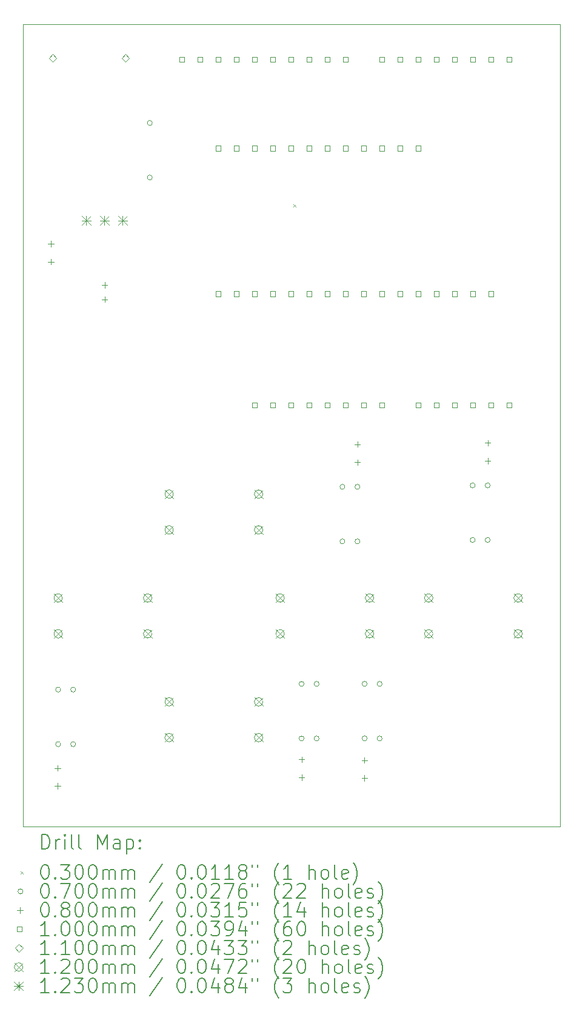
<source format=gbr>
%TF.GenerationSoftware,KiCad,Pcbnew,8.0.1*%
%TF.CreationDate,2024-05-06T19:00:16+02:00*%
%TF.ProjectId,teamagotchi,7465616d-6167-46f7-9463-68692e6b6963,rev?*%
%TF.SameCoordinates,Original*%
%TF.FileFunction,Drillmap*%
%TF.FilePolarity,Positive*%
%FSLAX45Y45*%
G04 Gerber Fmt 4.5, Leading zero omitted, Abs format (unit mm)*
G04 Created by KiCad (PCBNEW 8.0.1) date 2024-05-06 19:00:16*
%MOMM*%
%LPD*%
G01*
G04 APERTURE LIST*
%ADD10C,0.050000*%
%ADD11C,0.200000*%
%ADD12C,0.100000*%
%ADD13C,0.110000*%
%ADD14C,0.120000*%
%ADD15C,0.123000*%
G04 APERTURE END LIST*
D10*
X18496000Y-4670600D02*
X18496000Y-15870600D01*
X10996000Y-4670600D02*
X18496000Y-4670600D01*
X10996000Y-15870600D02*
X10996000Y-4670600D01*
X10996000Y-15870600D02*
X18496000Y-15870600D01*
D11*
D12*
X14771000Y-7185600D02*
X14801000Y-7215600D01*
X14801000Y-7185600D02*
X14771000Y-7215600D01*
X11521000Y-13959600D02*
G75*
G02*
X11451000Y-13959600I-35000J0D01*
G01*
X11451000Y-13959600D02*
G75*
G02*
X11521000Y-13959600I35000J0D01*
G01*
X11521000Y-14721600D02*
G75*
G02*
X11451000Y-14721600I-35000J0D01*
G01*
X11451000Y-14721600D02*
G75*
G02*
X11521000Y-14721600I35000J0D01*
G01*
X11731000Y-13960600D02*
G75*
G02*
X11661000Y-13960600I-35000J0D01*
G01*
X11661000Y-13960600D02*
G75*
G02*
X11731000Y-13960600I35000J0D01*
G01*
X11731000Y-14722600D02*
G75*
G02*
X11661000Y-14722600I-35000J0D01*
G01*
X11661000Y-14722600D02*
G75*
G02*
X11731000Y-14722600I35000J0D01*
G01*
X12801000Y-6048600D02*
G75*
G02*
X12731000Y-6048600I-35000J0D01*
G01*
X12731000Y-6048600D02*
G75*
G02*
X12801000Y-6048600I35000J0D01*
G01*
X12801000Y-6810600D02*
G75*
G02*
X12731000Y-6810600I-35000J0D01*
G01*
X12731000Y-6810600D02*
G75*
G02*
X12801000Y-6810600I35000J0D01*
G01*
X14921000Y-13880600D02*
G75*
G02*
X14851000Y-13880600I-35000J0D01*
G01*
X14851000Y-13880600D02*
G75*
G02*
X14921000Y-13880600I35000J0D01*
G01*
X14921000Y-14642600D02*
G75*
G02*
X14851000Y-14642600I-35000J0D01*
G01*
X14851000Y-14642600D02*
G75*
G02*
X14921000Y-14642600I35000J0D01*
G01*
X15131000Y-13880600D02*
G75*
G02*
X15061000Y-13880600I-35000J0D01*
G01*
X15061000Y-13880600D02*
G75*
G02*
X15131000Y-13880600I35000J0D01*
G01*
X15131000Y-14642600D02*
G75*
G02*
X15061000Y-14642600I-35000J0D01*
G01*
X15061000Y-14642600D02*
G75*
G02*
X15131000Y-14642600I35000J0D01*
G01*
X15491000Y-11128600D02*
G75*
G02*
X15421000Y-11128600I-35000J0D01*
G01*
X15421000Y-11128600D02*
G75*
G02*
X15491000Y-11128600I35000J0D01*
G01*
X15491000Y-11890600D02*
G75*
G02*
X15421000Y-11890600I-35000J0D01*
G01*
X15421000Y-11890600D02*
G75*
G02*
X15491000Y-11890600I35000J0D01*
G01*
X15701000Y-11128600D02*
G75*
G02*
X15631000Y-11128600I-35000J0D01*
G01*
X15631000Y-11128600D02*
G75*
G02*
X15701000Y-11128600I35000J0D01*
G01*
X15701000Y-11890600D02*
G75*
G02*
X15631000Y-11890600I-35000J0D01*
G01*
X15631000Y-11890600D02*
G75*
G02*
X15701000Y-11890600I35000J0D01*
G01*
X15801000Y-13879600D02*
G75*
G02*
X15731000Y-13879600I-35000J0D01*
G01*
X15731000Y-13879600D02*
G75*
G02*
X15801000Y-13879600I35000J0D01*
G01*
X15801000Y-14641600D02*
G75*
G02*
X15731000Y-14641600I-35000J0D01*
G01*
X15731000Y-14641600D02*
G75*
G02*
X15801000Y-14641600I35000J0D01*
G01*
X16011000Y-13879600D02*
G75*
G02*
X15941000Y-13879600I-35000J0D01*
G01*
X15941000Y-13879600D02*
G75*
G02*
X16011000Y-13879600I35000J0D01*
G01*
X16011000Y-14641600D02*
G75*
G02*
X15941000Y-14641600I-35000J0D01*
G01*
X15941000Y-14641600D02*
G75*
G02*
X16011000Y-14641600I35000J0D01*
G01*
X17311000Y-11108600D02*
G75*
G02*
X17241000Y-11108600I-35000J0D01*
G01*
X17241000Y-11108600D02*
G75*
G02*
X17311000Y-11108600I35000J0D01*
G01*
X17311000Y-11870600D02*
G75*
G02*
X17241000Y-11870600I-35000J0D01*
G01*
X17241000Y-11870600D02*
G75*
G02*
X17311000Y-11870600I35000J0D01*
G01*
X17521000Y-11108600D02*
G75*
G02*
X17451000Y-11108600I-35000J0D01*
G01*
X17451000Y-11108600D02*
G75*
G02*
X17521000Y-11108600I35000J0D01*
G01*
X17521000Y-11870600D02*
G75*
G02*
X17451000Y-11870600I-35000J0D01*
G01*
X17451000Y-11870600D02*
G75*
G02*
X17521000Y-11870600I35000J0D01*
G01*
X11386000Y-7695600D02*
X11386000Y-7775600D01*
X11346000Y-7735600D02*
X11426000Y-7735600D01*
X11386000Y-7945600D02*
X11386000Y-8025600D01*
X11346000Y-7985600D02*
X11426000Y-7985600D01*
X11476000Y-15015600D02*
X11476000Y-15095600D01*
X11436000Y-15055600D02*
X11516000Y-15055600D01*
X11476000Y-15265600D02*
X11476000Y-15345600D01*
X11436000Y-15305600D02*
X11516000Y-15305600D01*
X12136000Y-8270600D02*
X12136000Y-8350600D01*
X12096000Y-8310600D02*
X12176000Y-8310600D01*
X12136000Y-8470600D02*
X12136000Y-8550600D01*
X12096000Y-8510600D02*
X12176000Y-8510600D01*
X14886000Y-14895600D02*
X14886000Y-14975600D01*
X14846000Y-14935600D02*
X14926000Y-14935600D01*
X14886000Y-15145600D02*
X14886000Y-15225600D01*
X14846000Y-15185600D02*
X14926000Y-15185600D01*
X15666000Y-10495600D02*
X15666000Y-10575600D01*
X15626000Y-10535600D02*
X15706000Y-10535600D01*
X15666000Y-10745600D02*
X15666000Y-10825600D01*
X15626000Y-10785600D02*
X15706000Y-10785600D01*
X15766000Y-14905600D02*
X15766000Y-14985600D01*
X15726000Y-14945600D02*
X15806000Y-14945600D01*
X15766000Y-15155600D02*
X15766000Y-15235600D01*
X15726000Y-15195600D02*
X15806000Y-15195600D01*
X17486000Y-10474600D02*
X17486000Y-10554600D01*
X17446000Y-10514600D02*
X17526000Y-10514600D01*
X17486000Y-10724600D02*
X17486000Y-10804600D01*
X17446000Y-10764600D02*
X17526000Y-10764600D01*
X13251356Y-5195956D02*
X13251356Y-5125244D01*
X13180644Y-5125244D01*
X13180644Y-5195956D01*
X13251356Y-5195956D01*
X13505356Y-5195956D02*
X13505356Y-5125244D01*
X13434644Y-5125244D01*
X13434644Y-5195956D01*
X13505356Y-5195956D01*
X13755356Y-6435956D02*
X13755356Y-6365244D01*
X13684644Y-6365244D01*
X13684644Y-6435956D01*
X13755356Y-6435956D01*
X13755356Y-8467956D02*
X13755356Y-8397244D01*
X13684644Y-8397244D01*
X13684644Y-8467956D01*
X13755356Y-8467956D01*
X13759356Y-5195956D02*
X13759356Y-5125244D01*
X13688644Y-5125244D01*
X13688644Y-5195956D01*
X13759356Y-5195956D01*
X14009356Y-6435956D02*
X14009356Y-6365244D01*
X13938644Y-6365244D01*
X13938644Y-6435956D01*
X14009356Y-6435956D01*
X14009356Y-8467956D02*
X14009356Y-8397244D01*
X13938644Y-8397244D01*
X13938644Y-8467956D01*
X14009356Y-8467956D01*
X14013356Y-5195956D02*
X14013356Y-5125244D01*
X13942644Y-5125244D01*
X13942644Y-5195956D01*
X14013356Y-5195956D01*
X14263356Y-6435956D02*
X14263356Y-6365244D01*
X14192644Y-6365244D01*
X14192644Y-6435956D01*
X14263356Y-6435956D01*
X14263356Y-8467956D02*
X14263356Y-8397244D01*
X14192644Y-8397244D01*
X14192644Y-8467956D01*
X14263356Y-8467956D01*
X14267356Y-5195956D02*
X14267356Y-5125244D01*
X14196644Y-5125244D01*
X14196644Y-5195956D01*
X14267356Y-5195956D01*
X14267356Y-10021956D02*
X14267356Y-9951244D01*
X14196644Y-9951244D01*
X14196644Y-10021956D01*
X14267356Y-10021956D01*
X14517356Y-6435956D02*
X14517356Y-6365244D01*
X14446644Y-6365244D01*
X14446644Y-6435956D01*
X14517356Y-6435956D01*
X14517356Y-8467956D02*
X14517356Y-8397244D01*
X14446644Y-8397244D01*
X14446644Y-8467956D01*
X14517356Y-8467956D01*
X14521356Y-5195956D02*
X14521356Y-5125244D01*
X14450644Y-5125244D01*
X14450644Y-5195956D01*
X14521356Y-5195956D01*
X14521356Y-10021956D02*
X14521356Y-9951244D01*
X14450644Y-9951244D01*
X14450644Y-10021956D01*
X14521356Y-10021956D01*
X14771356Y-6435956D02*
X14771356Y-6365244D01*
X14700644Y-6365244D01*
X14700644Y-6435956D01*
X14771356Y-6435956D01*
X14771356Y-8467956D02*
X14771356Y-8397244D01*
X14700644Y-8397244D01*
X14700644Y-8467956D01*
X14771356Y-8467956D01*
X14775356Y-5195956D02*
X14775356Y-5125244D01*
X14704644Y-5125244D01*
X14704644Y-5195956D01*
X14775356Y-5195956D01*
X14775356Y-10021956D02*
X14775356Y-9951244D01*
X14704644Y-9951244D01*
X14704644Y-10021956D01*
X14775356Y-10021956D01*
X15025356Y-6435956D02*
X15025356Y-6365244D01*
X14954644Y-6365244D01*
X14954644Y-6435956D01*
X15025356Y-6435956D01*
X15025356Y-8467956D02*
X15025356Y-8397244D01*
X14954644Y-8397244D01*
X14954644Y-8467956D01*
X15025356Y-8467956D01*
X15029356Y-5195956D02*
X15029356Y-5125244D01*
X14958644Y-5125244D01*
X14958644Y-5195956D01*
X15029356Y-5195956D01*
X15029356Y-10021956D02*
X15029356Y-9951244D01*
X14958644Y-9951244D01*
X14958644Y-10021956D01*
X15029356Y-10021956D01*
X15279356Y-6435956D02*
X15279356Y-6365244D01*
X15208644Y-6365244D01*
X15208644Y-6435956D01*
X15279356Y-6435956D01*
X15279356Y-8467956D02*
X15279356Y-8397244D01*
X15208644Y-8397244D01*
X15208644Y-8467956D01*
X15279356Y-8467956D01*
X15283356Y-5195956D02*
X15283356Y-5125244D01*
X15212644Y-5125244D01*
X15212644Y-5195956D01*
X15283356Y-5195956D01*
X15283356Y-10021956D02*
X15283356Y-9951244D01*
X15212644Y-9951244D01*
X15212644Y-10021956D01*
X15283356Y-10021956D01*
X15533356Y-6435956D02*
X15533356Y-6365244D01*
X15462644Y-6365244D01*
X15462644Y-6435956D01*
X15533356Y-6435956D01*
X15533356Y-8467956D02*
X15533356Y-8397244D01*
X15462644Y-8397244D01*
X15462644Y-8467956D01*
X15533356Y-8467956D01*
X15537356Y-5195956D02*
X15537356Y-5125244D01*
X15466644Y-5125244D01*
X15466644Y-5195956D01*
X15537356Y-5195956D01*
X15537356Y-10021956D02*
X15537356Y-9951244D01*
X15466644Y-9951244D01*
X15466644Y-10021956D01*
X15537356Y-10021956D01*
X15787356Y-6435956D02*
X15787356Y-6365244D01*
X15716644Y-6365244D01*
X15716644Y-6435956D01*
X15787356Y-6435956D01*
X15787356Y-8467956D02*
X15787356Y-8397244D01*
X15716644Y-8397244D01*
X15716644Y-8467956D01*
X15787356Y-8467956D01*
X15791356Y-10021956D02*
X15791356Y-9951244D01*
X15720644Y-9951244D01*
X15720644Y-10021956D01*
X15791356Y-10021956D01*
X16041356Y-6435956D02*
X16041356Y-6365244D01*
X15970644Y-6365244D01*
X15970644Y-6435956D01*
X16041356Y-6435956D01*
X16041356Y-8467956D02*
X16041356Y-8397244D01*
X15970644Y-8397244D01*
X15970644Y-8467956D01*
X16041356Y-8467956D01*
X16045356Y-5195956D02*
X16045356Y-5125244D01*
X15974644Y-5125244D01*
X15974644Y-5195956D01*
X16045356Y-5195956D01*
X16045356Y-10021956D02*
X16045356Y-9951244D01*
X15974644Y-9951244D01*
X15974644Y-10021956D01*
X16045356Y-10021956D01*
X16295356Y-6435956D02*
X16295356Y-6365244D01*
X16224644Y-6365244D01*
X16224644Y-6435956D01*
X16295356Y-6435956D01*
X16295356Y-8467956D02*
X16295356Y-8397244D01*
X16224644Y-8397244D01*
X16224644Y-8467956D01*
X16295356Y-8467956D01*
X16299356Y-5195956D02*
X16299356Y-5125244D01*
X16228644Y-5125244D01*
X16228644Y-5195956D01*
X16299356Y-5195956D01*
X16549356Y-6435956D02*
X16549356Y-6365244D01*
X16478644Y-6365244D01*
X16478644Y-6435956D01*
X16549356Y-6435956D01*
X16549356Y-8467956D02*
X16549356Y-8397244D01*
X16478644Y-8397244D01*
X16478644Y-8467956D01*
X16549356Y-8467956D01*
X16553356Y-5195956D02*
X16553356Y-5125244D01*
X16482644Y-5125244D01*
X16482644Y-5195956D01*
X16553356Y-5195956D01*
X16553356Y-10021956D02*
X16553356Y-9951244D01*
X16482644Y-9951244D01*
X16482644Y-10021956D01*
X16553356Y-10021956D01*
X16803356Y-8467956D02*
X16803356Y-8397244D01*
X16732644Y-8397244D01*
X16732644Y-8467956D01*
X16803356Y-8467956D01*
X16807356Y-5195956D02*
X16807356Y-5125244D01*
X16736644Y-5125244D01*
X16736644Y-5195956D01*
X16807356Y-5195956D01*
X16807356Y-10021956D02*
X16807356Y-9951244D01*
X16736644Y-9951244D01*
X16736644Y-10021956D01*
X16807356Y-10021956D01*
X17057356Y-8467956D02*
X17057356Y-8397244D01*
X16986644Y-8397244D01*
X16986644Y-8467956D01*
X17057356Y-8467956D01*
X17061356Y-5195956D02*
X17061356Y-5125244D01*
X16990644Y-5125244D01*
X16990644Y-5195956D01*
X17061356Y-5195956D01*
X17061356Y-10021956D02*
X17061356Y-9951244D01*
X16990644Y-9951244D01*
X16990644Y-10021956D01*
X17061356Y-10021956D01*
X17311356Y-8467956D02*
X17311356Y-8397244D01*
X17240644Y-8397244D01*
X17240644Y-8467956D01*
X17311356Y-8467956D01*
X17315356Y-5195956D02*
X17315356Y-5125244D01*
X17244644Y-5125244D01*
X17244644Y-5195956D01*
X17315356Y-5195956D01*
X17315356Y-10021956D02*
X17315356Y-9951244D01*
X17244644Y-9951244D01*
X17244644Y-10021956D01*
X17315356Y-10021956D01*
X17565356Y-8467956D02*
X17565356Y-8397244D01*
X17494644Y-8397244D01*
X17494644Y-8467956D01*
X17565356Y-8467956D01*
X17569356Y-5195956D02*
X17569356Y-5125244D01*
X17498644Y-5125244D01*
X17498644Y-5195956D01*
X17569356Y-5195956D01*
X17569356Y-10021956D02*
X17569356Y-9951244D01*
X17498644Y-9951244D01*
X17498644Y-10021956D01*
X17569356Y-10021956D01*
X17823356Y-5195956D02*
X17823356Y-5125244D01*
X17752644Y-5125244D01*
X17752644Y-5195956D01*
X17823356Y-5195956D01*
X17823356Y-10021956D02*
X17823356Y-9951244D01*
X17752644Y-9951244D01*
X17752644Y-10021956D01*
X17823356Y-10021956D01*
D13*
X11410000Y-5195600D02*
X11465000Y-5140600D01*
X11410000Y-5085600D01*
X11355000Y-5140600D01*
X11410000Y-5195600D01*
X12426000Y-5195600D02*
X12481000Y-5140600D01*
X12426000Y-5085600D01*
X12371000Y-5140600D01*
X12426000Y-5195600D01*
D14*
X11426000Y-12620600D02*
X11546000Y-12740600D01*
X11546000Y-12620600D02*
X11426000Y-12740600D01*
X11546000Y-12680600D02*
G75*
G02*
X11426000Y-12680600I-60000J0D01*
G01*
X11426000Y-12680600D02*
G75*
G02*
X11546000Y-12680600I60000J0D01*
G01*
X11426000Y-13120600D02*
X11546000Y-13240600D01*
X11546000Y-13120600D02*
X11426000Y-13240600D01*
X11546000Y-13180600D02*
G75*
G02*
X11426000Y-13180600I-60000J0D01*
G01*
X11426000Y-13180600D02*
G75*
G02*
X11546000Y-13180600I60000J0D01*
G01*
X12676000Y-12620600D02*
X12796000Y-12740600D01*
X12796000Y-12620600D02*
X12676000Y-12740600D01*
X12796000Y-12680600D02*
G75*
G02*
X12676000Y-12680600I-60000J0D01*
G01*
X12676000Y-12680600D02*
G75*
G02*
X12796000Y-12680600I60000J0D01*
G01*
X12676000Y-13120600D02*
X12796000Y-13240600D01*
X12796000Y-13120600D02*
X12676000Y-13240600D01*
X12796000Y-13180600D02*
G75*
G02*
X12676000Y-13180600I-60000J0D01*
G01*
X12676000Y-13180600D02*
G75*
G02*
X12796000Y-13180600I60000J0D01*
G01*
X12976000Y-11170600D02*
X13096000Y-11290600D01*
X13096000Y-11170600D02*
X12976000Y-11290600D01*
X13096000Y-11230600D02*
G75*
G02*
X12976000Y-11230600I-60000J0D01*
G01*
X12976000Y-11230600D02*
G75*
G02*
X13096000Y-11230600I60000J0D01*
G01*
X12976000Y-11670600D02*
X13096000Y-11790600D01*
X13096000Y-11670600D02*
X12976000Y-11790600D01*
X13096000Y-11730600D02*
G75*
G02*
X12976000Y-11730600I-60000J0D01*
G01*
X12976000Y-11730600D02*
G75*
G02*
X13096000Y-11730600I60000J0D01*
G01*
X12976000Y-14070600D02*
X13096000Y-14190600D01*
X13096000Y-14070600D02*
X12976000Y-14190600D01*
X13096000Y-14130600D02*
G75*
G02*
X12976000Y-14130600I-60000J0D01*
G01*
X12976000Y-14130600D02*
G75*
G02*
X13096000Y-14130600I60000J0D01*
G01*
X12976000Y-14570600D02*
X13096000Y-14690600D01*
X13096000Y-14570600D02*
X12976000Y-14690600D01*
X13096000Y-14630600D02*
G75*
G02*
X12976000Y-14630600I-60000J0D01*
G01*
X12976000Y-14630600D02*
G75*
G02*
X13096000Y-14630600I60000J0D01*
G01*
X14226000Y-11170600D02*
X14346000Y-11290600D01*
X14346000Y-11170600D02*
X14226000Y-11290600D01*
X14346000Y-11230600D02*
G75*
G02*
X14226000Y-11230600I-60000J0D01*
G01*
X14226000Y-11230600D02*
G75*
G02*
X14346000Y-11230600I60000J0D01*
G01*
X14226000Y-11670600D02*
X14346000Y-11790600D01*
X14346000Y-11670600D02*
X14226000Y-11790600D01*
X14346000Y-11730600D02*
G75*
G02*
X14226000Y-11730600I-60000J0D01*
G01*
X14226000Y-11730600D02*
G75*
G02*
X14346000Y-11730600I60000J0D01*
G01*
X14226000Y-14070600D02*
X14346000Y-14190600D01*
X14346000Y-14070600D02*
X14226000Y-14190600D01*
X14346000Y-14130600D02*
G75*
G02*
X14226000Y-14130600I-60000J0D01*
G01*
X14226000Y-14130600D02*
G75*
G02*
X14346000Y-14130600I60000J0D01*
G01*
X14226000Y-14570600D02*
X14346000Y-14690600D01*
X14346000Y-14570600D02*
X14226000Y-14690600D01*
X14346000Y-14630600D02*
G75*
G02*
X14226000Y-14630600I-60000J0D01*
G01*
X14226000Y-14630600D02*
G75*
G02*
X14346000Y-14630600I60000J0D01*
G01*
X14526000Y-12620600D02*
X14646000Y-12740600D01*
X14646000Y-12620600D02*
X14526000Y-12740600D01*
X14646000Y-12680600D02*
G75*
G02*
X14526000Y-12680600I-60000J0D01*
G01*
X14526000Y-12680600D02*
G75*
G02*
X14646000Y-12680600I60000J0D01*
G01*
X14526000Y-13120600D02*
X14646000Y-13240600D01*
X14646000Y-13120600D02*
X14526000Y-13240600D01*
X14646000Y-13180600D02*
G75*
G02*
X14526000Y-13180600I-60000J0D01*
G01*
X14526000Y-13180600D02*
G75*
G02*
X14646000Y-13180600I60000J0D01*
G01*
X15776000Y-12620600D02*
X15896000Y-12740600D01*
X15896000Y-12620600D02*
X15776000Y-12740600D01*
X15896000Y-12680600D02*
G75*
G02*
X15776000Y-12680600I-60000J0D01*
G01*
X15776000Y-12680600D02*
G75*
G02*
X15896000Y-12680600I60000J0D01*
G01*
X15776000Y-13120600D02*
X15896000Y-13240600D01*
X15896000Y-13120600D02*
X15776000Y-13240600D01*
X15896000Y-13180600D02*
G75*
G02*
X15776000Y-13180600I-60000J0D01*
G01*
X15776000Y-13180600D02*
G75*
G02*
X15896000Y-13180600I60000J0D01*
G01*
X16601000Y-12620600D02*
X16721000Y-12740600D01*
X16721000Y-12620600D02*
X16601000Y-12740600D01*
X16721000Y-12680600D02*
G75*
G02*
X16601000Y-12680600I-60000J0D01*
G01*
X16601000Y-12680600D02*
G75*
G02*
X16721000Y-12680600I60000J0D01*
G01*
X16601000Y-13120600D02*
X16721000Y-13240600D01*
X16721000Y-13120600D02*
X16601000Y-13240600D01*
X16721000Y-13180600D02*
G75*
G02*
X16601000Y-13180600I-60000J0D01*
G01*
X16601000Y-13180600D02*
G75*
G02*
X16721000Y-13180600I60000J0D01*
G01*
X17851000Y-12620600D02*
X17971000Y-12740600D01*
X17971000Y-12620600D02*
X17851000Y-12740600D01*
X17971000Y-12680600D02*
G75*
G02*
X17851000Y-12680600I-60000J0D01*
G01*
X17851000Y-12680600D02*
G75*
G02*
X17971000Y-12680600I60000J0D01*
G01*
X17851000Y-13120600D02*
X17971000Y-13240600D01*
X17971000Y-13120600D02*
X17851000Y-13240600D01*
X17971000Y-13180600D02*
G75*
G02*
X17851000Y-13180600I-60000J0D01*
G01*
X17851000Y-13180600D02*
G75*
G02*
X17971000Y-13180600I60000J0D01*
G01*
D15*
X11816500Y-7349100D02*
X11939500Y-7472100D01*
X11939500Y-7349100D02*
X11816500Y-7472100D01*
X11878000Y-7349100D02*
X11878000Y-7472100D01*
X11816500Y-7410600D02*
X11939500Y-7410600D01*
X12070500Y-7349100D02*
X12193500Y-7472100D01*
X12193500Y-7349100D02*
X12070500Y-7472100D01*
X12132000Y-7349100D02*
X12132000Y-7472100D01*
X12070500Y-7410600D02*
X12193500Y-7410600D01*
X12324500Y-7349100D02*
X12447500Y-7472100D01*
X12447500Y-7349100D02*
X12324500Y-7472100D01*
X12386000Y-7349100D02*
X12386000Y-7472100D01*
X12324500Y-7410600D02*
X12447500Y-7410600D01*
D11*
X11254277Y-16184584D02*
X11254277Y-15984584D01*
X11254277Y-15984584D02*
X11301896Y-15984584D01*
X11301896Y-15984584D02*
X11330467Y-15994108D01*
X11330467Y-15994108D02*
X11349515Y-16013155D01*
X11349515Y-16013155D02*
X11359039Y-16032203D01*
X11359039Y-16032203D02*
X11368562Y-16070298D01*
X11368562Y-16070298D02*
X11368562Y-16098869D01*
X11368562Y-16098869D02*
X11359039Y-16136965D01*
X11359039Y-16136965D02*
X11349515Y-16156012D01*
X11349515Y-16156012D02*
X11330467Y-16175060D01*
X11330467Y-16175060D02*
X11301896Y-16184584D01*
X11301896Y-16184584D02*
X11254277Y-16184584D01*
X11454277Y-16184584D02*
X11454277Y-16051250D01*
X11454277Y-16089346D02*
X11463801Y-16070298D01*
X11463801Y-16070298D02*
X11473324Y-16060774D01*
X11473324Y-16060774D02*
X11492372Y-16051250D01*
X11492372Y-16051250D02*
X11511420Y-16051250D01*
X11578086Y-16184584D02*
X11578086Y-16051250D01*
X11578086Y-15984584D02*
X11568562Y-15994108D01*
X11568562Y-15994108D02*
X11578086Y-16003631D01*
X11578086Y-16003631D02*
X11587610Y-15994108D01*
X11587610Y-15994108D02*
X11578086Y-15984584D01*
X11578086Y-15984584D02*
X11578086Y-16003631D01*
X11701896Y-16184584D02*
X11682848Y-16175060D01*
X11682848Y-16175060D02*
X11673324Y-16156012D01*
X11673324Y-16156012D02*
X11673324Y-15984584D01*
X11806658Y-16184584D02*
X11787610Y-16175060D01*
X11787610Y-16175060D02*
X11778086Y-16156012D01*
X11778086Y-16156012D02*
X11778086Y-15984584D01*
X12035229Y-16184584D02*
X12035229Y-15984584D01*
X12035229Y-15984584D02*
X12101896Y-16127441D01*
X12101896Y-16127441D02*
X12168562Y-15984584D01*
X12168562Y-15984584D02*
X12168562Y-16184584D01*
X12349515Y-16184584D02*
X12349515Y-16079822D01*
X12349515Y-16079822D02*
X12339991Y-16060774D01*
X12339991Y-16060774D02*
X12320943Y-16051250D01*
X12320943Y-16051250D02*
X12282848Y-16051250D01*
X12282848Y-16051250D02*
X12263801Y-16060774D01*
X12349515Y-16175060D02*
X12330467Y-16184584D01*
X12330467Y-16184584D02*
X12282848Y-16184584D01*
X12282848Y-16184584D02*
X12263801Y-16175060D01*
X12263801Y-16175060D02*
X12254277Y-16156012D01*
X12254277Y-16156012D02*
X12254277Y-16136965D01*
X12254277Y-16136965D02*
X12263801Y-16117917D01*
X12263801Y-16117917D02*
X12282848Y-16108393D01*
X12282848Y-16108393D02*
X12330467Y-16108393D01*
X12330467Y-16108393D02*
X12349515Y-16098869D01*
X12444753Y-16051250D02*
X12444753Y-16251250D01*
X12444753Y-16060774D02*
X12463801Y-16051250D01*
X12463801Y-16051250D02*
X12501896Y-16051250D01*
X12501896Y-16051250D02*
X12520943Y-16060774D01*
X12520943Y-16060774D02*
X12530467Y-16070298D01*
X12530467Y-16070298D02*
X12539991Y-16089346D01*
X12539991Y-16089346D02*
X12539991Y-16146488D01*
X12539991Y-16146488D02*
X12530467Y-16165536D01*
X12530467Y-16165536D02*
X12520943Y-16175060D01*
X12520943Y-16175060D02*
X12501896Y-16184584D01*
X12501896Y-16184584D02*
X12463801Y-16184584D01*
X12463801Y-16184584D02*
X12444753Y-16175060D01*
X12625705Y-16165536D02*
X12635229Y-16175060D01*
X12635229Y-16175060D02*
X12625705Y-16184584D01*
X12625705Y-16184584D02*
X12616182Y-16175060D01*
X12616182Y-16175060D02*
X12625705Y-16165536D01*
X12625705Y-16165536D02*
X12625705Y-16184584D01*
X12625705Y-16060774D02*
X12635229Y-16070298D01*
X12635229Y-16070298D02*
X12625705Y-16079822D01*
X12625705Y-16079822D02*
X12616182Y-16070298D01*
X12616182Y-16070298D02*
X12625705Y-16060774D01*
X12625705Y-16060774D02*
X12625705Y-16079822D01*
D12*
X10963500Y-16498100D02*
X10993500Y-16528100D01*
X10993500Y-16498100D02*
X10963500Y-16528100D01*
D11*
X11292372Y-16404584D02*
X11311420Y-16404584D01*
X11311420Y-16404584D02*
X11330467Y-16414108D01*
X11330467Y-16414108D02*
X11339991Y-16423631D01*
X11339991Y-16423631D02*
X11349515Y-16442679D01*
X11349515Y-16442679D02*
X11359039Y-16480774D01*
X11359039Y-16480774D02*
X11359039Y-16528393D01*
X11359039Y-16528393D02*
X11349515Y-16566488D01*
X11349515Y-16566488D02*
X11339991Y-16585536D01*
X11339991Y-16585536D02*
X11330467Y-16595060D01*
X11330467Y-16595060D02*
X11311420Y-16604584D01*
X11311420Y-16604584D02*
X11292372Y-16604584D01*
X11292372Y-16604584D02*
X11273324Y-16595060D01*
X11273324Y-16595060D02*
X11263801Y-16585536D01*
X11263801Y-16585536D02*
X11254277Y-16566488D01*
X11254277Y-16566488D02*
X11244753Y-16528393D01*
X11244753Y-16528393D02*
X11244753Y-16480774D01*
X11244753Y-16480774D02*
X11254277Y-16442679D01*
X11254277Y-16442679D02*
X11263801Y-16423631D01*
X11263801Y-16423631D02*
X11273324Y-16414108D01*
X11273324Y-16414108D02*
X11292372Y-16404584D01*
X11444753Y-16585536D02*
X11454277Y-16595060D01*
X11454277Y-16595060D02*
X11444753Y-16604584D01*
X11444753Y-16604584D02*
X11435229Y-16595060D01*
X11435229Y-16595060D02*
X11444753Y-16585536D01*
X11444753Y-16585536D02*
X11444753Y-16604584D01*
X11520943Y-16404584D02*
X11644753Y-16404584D01*
X11644753Y-16404584D02*
X11578086Y-16480774D01*
X11578086Y-16480774D02*
X11606658Y-16480774D01*
X11606658Y-16480774D02*
X11625705Y-16490298D01*
X11625705Y-16490298D02*
X11635229Y-16499822D01*
X11635229Y-16499822D02*
X11644753Y-16518869D01*
X11644753Y-16518869D02*
X11644753Y-16566488D01*
X11644753Y-16566488D02*
X11635229Y-16585536D01*
X11635229Y-16585536D02*
X11625705Y-16595060D01*
X11625705Y-16595060D02*
X11606658Y-16604584D01*
X11606658Y-16604584D02*
X11549515Y-16604584D01*
X11549515Y-16604584D02*
X11530467Y-16595060D01*
X11530467Y-16595060D02*
X11520943Y-16585536D01*
X11768562Y-16404584D02*
X11787610Y-16404584D01*
X11787610Y-16404584D02*
X11806658Y-16414108D01*
X11806658Y-16414108D02*
X11816182Y-16423631D01*
X11816182Y-16423631D02*
X11825705Y-16442679D01*
X11825705Y-16442679D02*
X11835229Y-16480774D01*
X11835229Y-16480774D02*
X11835229Y-16528393D01*
X11835229Y-16528393D02*
X11825705Y-16566488D01*
X11825705Y-16566488D02*
X11816182Y-16585536D01*
X11816182Y-16585536D02*
X11806658Y-16595060D01*
X11806658Y-16595060D02*
X11787610Y-16604584D01*
X11787610Y-16604584D02*
X11768562Y-16604584D01*
X11768562Y-16604584D02*
X11749515Y-16595060D01*
X11749515Y-16595060D02*
X11739991Y-16585536D01*
X11739991Y-16585536D02*
X11730467Y-16566488D01*
X11730467Y-16566488D02*
X11720943Y-16528393D01*
X11720943Y-16528393D02*
X11720943Y-16480774D01*
X11720943Y-16480774D02*
X11730467Y-16442679D01*
X11730467Y-16442679D02*
X11739991Y-16423631D01*
X11739991Y-16423631D02*
X11749515Y-16414108D01*
X11749515Y-16414108D02*
X11768562Y-16404584D01*
X11959039Y-16404584D02*
X11978086Y-16404584D01*
X11978086Y-16404584D02*
X11997134Y-16414108D01*
X11997134Y-16414108D02*
X12006658Y-16423631D01*
X12006658Y-16423631D02*
X12016182Y-16442679D01*
X12016182Y-16442679D02*
X12025705Y-16480774D01*
X12025705Y-16480774D02*
X12025705Y-16528393D01*
X12025705Y-16528393D02*
X12016182Y-16566488D01*
X12016182Y-16566488D02*
X12006658Y-16585536D01*
X12006658Y-16585536D02*
X11997134Y-16595060D01*
X11997134Y-16595060D02*
X11978086Y-16604584D01*
X11978086Y-16604584D02*
X11959039Y-16604584D01*
X11959039Y-16604584D02*
X11939991Y-16595060D01*
X11939991Y-16595060D02*
X11930467Y-16585536D01*
X11930467Y-16585536D02*
X11920943Y-16566488D01*
X11920943Y-16566488D02*
X11911420Y-16528393D01*
X11911420Y-16528393D02*
X11911420Y-16480774D01*
X11911420Y-16480774D02*
X11920943Y-16442679D01*
X11920943Y-16442679D02*
X11930467Y-16423631D01*
X11930467Y-16423631D02*
X11939991Y-16414108D01*
X11939991Y-16414108D02*
X11959039Y-16404584D01*
X12111420Y-16604584D02*
X12111420Y-16471250D01*
X12111420Y-16490298D02*
X12120943Y-16480774D01*
X12120943Y-16480774D02*
X12139991Y-16471250D01*
X12139991Y-16471250D02*
X12168563Y-16471250D01*
X12168563Y-16471250D02*
X12187610Y-16480774D01*
X12187610Y-16480774D02*
X12197134Y-16499822D01*
X12197134Y-16499822D02*
X12197134Y-16604584D01*
X12197134Y-16499822D02*
X12206658Y-16480774D01*
X12206658Y-16480774D02*
X12225705Y-16471250D01*
X12225705Y-16471250D02*
X12254277Y-16471250D01*
X12254277Y-16471250D02*
X12273324Y-16480774D01*
X12273324Y-16480774D02*
X12282848Y-16499822D01*
X12282848Y-16499822D02*
X12282848Y-16604584D01*
X12378086Y-16604584D02*
X12378086Y-16471250D01*
X12378086Y-16490298D02*
X12387610Y-16480774D01*
X12387610Y-16480774D02*
X12406658Y-16471250D01*
X12406658Y-16471250D02*
X12435229Y-16471250D01*
X12435229Y-16471250D02*
X12454277Y-16480774D01*
X12454277Y-16480774D02*
X12463801Y-16499822D01*
X12463801Y-16499822D02*
X12463801Y-16604584D01*
X12463801Y-16499822D02*
X12473324Y-16480774D01*
X12473324Y-16480774D02*
X12492372Y-16471250D01*
X12492372Y-16471250D02*
X12520943Y-16471250D01*
X12520943Y-16471250D02*
X12539991Y-16480774D01*
X12539991Y-16480774D02*
X12549515Y-16499822D01*
X12549515Y-16499822D02*
X12549515Y-16604584D01*
X12939991Y-16395060D02*
X12768563Y-16652203D01*
X13197134Y-16404584D02*
X13216182Y-16404584D01*
X13216182Y-16404584D02*
X13235229Y-16414108D01*
X13235229Y-16414108D02*
X13244753Y-16423631D01*
X13244753Y-16423631D02*
X13254277Y-16442679D01*
X13254277Y-16442679D02*
X13263801Y-16480774D01*
X13263801Y-16480774D02*
X13263801Y-16528393D01*
X13263801Y-16528393D02*
X13254277Y-16566488D01*
X13254277Y-16566488D02*
X13244753Y-16585536D01*
X13244753Y-16585536D02*
X13235229Y-16595060D01*
X13235229Y-16595060D02*
X13216182Y-16604584D01*
X13216182Y-16604584D02*
X13197134Y-16604584D01*
X13197134Y-16604584D02*
X13178086Y-16595060D01*
X13178086Y-16595060D02*
X13168563Y-16585536D01*
X13168563Y-16585536D02*
X13159039Y-16566488D01*
X13159039Y-16566488D02*
X13149515Y-16528393D01*
X13149515Y-16528393D02*
X13149515Y-16480774D01*
X13149515Y-16480774D02*
X13159039Y-16442679D01*
X13159039Y-16442679D02*
X13168563Y-16423631D01*
X13168563Y-16423631D02*
X13178086Y-16414108D01*
X13178086Y-16414108D02*
X13197134Y-16404584D01*
X13349515Y-16585536D02*
X13359039Y-16595060D01*
X13359039Y-16595060D02*
X13349515Y-16604584D01*
X13349515Y-16604584D02*
X13339991Y-16595060D01*
X13339991Y-16595060D02*
X13349515Y-16585536D01*
X13349515Y-16585536D02*
X13349515Y-16604584D01*
X13482848Y-16404584D02*
X13501896Y-16404584D01*
X13501896Y-16404584D02*
X13520944Y-16414108D01*
X13520944Y-16414108D02*
X13530467Y-16423631D01*
X13530467Y-16423631D02*
X13539991Y-16442679D01*
X13539991Y-16442679D02*
X13549515Y-16480774D01*
X13549515Y-16480774D02*
X13549515Y-16528393D01*
X13549515Y-16528393D02*
X13539991Y-16566488D01*
X13539991Y-16566488D02*
X13530467Y-16585536D01*
X13530467Y-16585536D02*
X13520944Y-16595060D01*
X13520944Y-16595060D02*
X13501896Y-16604584D01*
X13501896Y-16604584D02*
X13482848Y-16604584D01*
X13482848Y-16604584D02*
X13463801Y-16595060D01*
X13463801Y-16595060D02*
X13454277Y-16585536D01*
X13454277Y-16585536D02*
X13444753Y-16566488D01*
X13444753Y-16566488D02*
X13435229Y-16528393D01*
X13435229Y-16528393D02*
X13435229Y-16480774D01*
X13435229Y-16480774D02*
X13444753Y-16442679D01*
X13444753Y-16442679D02*
X13454277Y-16423631D01*
X13454277Y-16423631D02*
X13463801Y-16414108D01*
X13463801Y-16414108D02*
X13482848Y-16404584D01*
X13739991Y-16604584D02*
X13625706Y-16604584D01*
X13682848Y-16604584D02*
X13682848Y-16404584D01*
X13682848Y-16404584D02*
X13663801Y-16433155D01*
X13663801Y-16433155D02*
X13644753Y-16452203D01*
X13644753Y-16452203D02*
X13625706Y-16461727D01*
X13930467Y-16604584D02*
X13816182Y-16604584D01*
X13873325Y-16604584D02*
X13873325Y-16404584D01*
X13873325Y-16404584D02*
X13854277Y-16433155D01*
X13854277Y-16433155D02*
X13835229Y-16452203D01*
X13835229Y-16452203D02*
X13816182Y-16461727D01*
X14044753Y-16490298D02*
X14025706Y-16480774D01*
X14025706Y-16480774D02*
X14016182Y-16471250D01*
X14016182Y-16471250D02*
X14006658Y-16452203D01*
X14006658Y-16452203D02*
X14006658Y-16442679D01*
X14006658Y-16442679D02*
X14016182Y-16423631D01*
X14016182Y-16423631D02*
X14025706Y-16414108D01*
X14025706Y-16414108D02*
X14044753Y-16404584D01*
X14044753Y-16404584D02*
X14082848Y-16404584D01*
X14082848Y-16404584D02*
X14101896Y-16414108D01*
X14101896Y-16414108D02*
X14111420Y-16423631D01*
X14111420Y-16423631D02*
X14120944Y-16442679D01*
X14120944Y-16442679D02*
X14120944Y-16452203D01*
X14120944Y-16452203D02*
X14111420Y-16471250D01*
X14111420Y-16471250D02*
X14101896Y-16480774D01*
X14101896Y-16480774D02*
X14082848Y-16490298D01*
X14082848Y-16490298D02*
X14044753Y-16490298D01*
X14044753Y-16490298D02*
X14025706Y-16499822D01*
X14025706Y-16499822D02*
X14016182Y-16509346D01*
X14016182Y-16509346D02*
X14006658Y-16528393D01*
X14006658Y-16528393D02*
X14006658Y-16566488D01*
X14006658Y-16566488D02*
X14016182Y-16585536D01*
X14016182Y-16585536D02*
X14025706Y-16595060D01*
X14025706Y-16595060D02*
X14044753Y-16604584D01*
X14044753Y-16604584D02*
X14082848Y-16604584D01*
X14082848Y-16604584D02*
X14101896Y-16595060D01*
X14101896Y-16595060D02*
X14111420Y-16585536D01*
X14111420Y-16585536D02*
X14120944Y-16566488D01*
X14120944Y-16566488D02*
X14120944Y-16528393D01*
X14120944Y-16528393D02*
X14111420Y-16509346D01*
X14111420Y-16509346D02*
X14101896Y-16499822D01*
X14101896Y-16499822D02*
X14082848Y-16490298D01*
X14197134Y-16404584D02*
X14197134Y-16442679D01*
X14273325Y-16404584D02*
X14273325Y-16442679D01*
X14568563Y-16680774D02*
X14559039Y-16671250D01*
X14559039Y-16671250D02*
X14539991Y-16642679D01*
X14539991Y-16642679D02*
X14530468Y-16623631D01*
X14530468Y-16623631D02*
X14520944Y-16595060D01*
X14520944Y-16595060D02*
X14511420Y-16547441D01*
X14511420Y-16547441D02*
X14511420Y-16509346D01*
X14511420Y-16509346D02*
X14520944Y-16461727D01*
X14520944Y-16461727D02*
X14530468Y-16433155D01*
X14530468Y-16433155D02*
X14539991Y-16414108D01*
X14539991Y-16414108D02*
X14559039Y-16385536D01*
X14559039Y-16385536D02*
X14568563Y-16376012D01*
X14749515Y-16604584D02*
X14635229Y-16604584D01*
X14692372Y-16604584D02*
X14692372Y-16404584D01*
X14692372Y-16404584D02*
X14673325Y-16433155D01*
X14673325Y-16433155D02*
X14654277Y-16452203D01*
X14654277Y-16452203D02*
X14635229Y-16461727D01*
X14987610Y-16604584D02*
X14987610Y-16404584D01*
X15073325Y-16604584D02*
X15073325Y-16499822D01*
X15073325Y-16499822D02*
X15063801Y-16480774D01*
X15063801Y-16480774D02*
X15044753Y-16471250D01*
X15044753Y-16471250D02*
X15016182Y-16471250D01*
X15016182Y-16471250D02*
X14997134Y-16480774D01*
X14997134Y-16480774D02*
X14987610Y-16490298D01*
X15197134Y-16604584D02*
X15178087Y-16595060D01*
X15178087Y-16595060D02*
X15168563Y-16585536D01*
X15168563Y-16585536D02*
X15159039Y-16566488D01*
X15159039Y-16566488D02*
X15159039Y-16509346D01*
X15159039Y-16509346D02*
X15168563Y-16490298D01*
X15168563Y-16490298D02*
X15178087Y-16480774D01*
X15178087Y-16480774D02*
X15197134Y-16471250D01*
X15197134Y-16471250D02*
X15225706Y-16471250D01*
X15225706Y-16471250D02*
X15244753Y-16480774D01*
X15244753Y-16480774D02*
X15254277Y-16490298D01*
X15254277Y-16490298D02*
X15263801Y-16509346D01*
X15263801Y-16509346D02*
X15263801Y-16566488D01*
X15263801Y-16566488D02*
X15254277Y-16585536D01*
X15254277Y-16585536D02*
X15244753Y-16595060D01*
X15244753Y-16595060D02*
X15225706Y-16604584D01*
X15225706Y-16604584D02*
X15197134Y-16604584D01*
X15378087Y-16604584D02*
X15359039Y-16595060D01*
X15359039Y-16595060D02*
X15349515Y-16576012D01*
X15349515Y-16576012D02*
X15349515Y-16404584D01*
X15530468Y-16595060D02*
X15511420Y-16604584D01*
X15511420Y-16604584D02*
X15473325Y-16604584D01*
X15473325Y-16604584D02*
X15454277Y-16595060D01*
X15454277Y-16595060D02*
X15444753Y-16576012D01*
X15444753Y-16576012D02*
X15444753Y-16499822D01*
X15444753Y-16499822D02*
X15454277Y-16480774D01*
X15454277Y-16480774D02*
X15473325Y-16471250D01*
X15473325Y-16471250D02*
X15511420Y-16471250D01*
X15511420Y-16471250D02*
X15530468Y-16480774D01*
X15530468Y-16480774D02*
X15539991Y-16499822D01*
X15539991Y-16499822D02*
X15539991Y-16518869D01*
X15539991Y-16518869D02*
X15444753Y-16537917D01*
X15606658Y-16680774D02*
X15616182Y-16671250D01*
X15616182Y-16671250D02*
X15635230Y-16642679D01*
X15635230Y-16642679D02*
X15644753Y-16623631D01*
X15644753Y-16623631D02*
X15654277Y-16595060D01*
X15654277Y-16595060D02*
X15663801Y-16547441D01*
X15663801Y-16547441D02*
X15663801Y-16509346D01*
X15663801Y-16509346D02*
X15654277Y-16461727D01*
X15654277Y-16461727D02*
X15644753Y-16433155D01*
X15644753Y-16433155D02*
X15635230Y-16414108D01*
X15635230Y-16414108D02*
X15616182Y-16385536D01*
X15616182Y-16385536D02*
X15606658Y-16376012D01*
D12*
X10993500Y-16777100D02*
G75*
G02*
X10923500Y-16777100I-35000J0D01*
G01*
X10923500Y-16777100D02*
G75*
G02*
X10993500Y-16777100I35000J0D01*
G01*
D11*
X11292372Y-16668584D02*
X11311420Y-16668584D01*
X11311420Y-16668584D02*
X11330467Y-16678108D01*
X11330467Y-16678108D02*
X11339991Y-16687631D01*
X11339991Y-16687631D02*
X11349515Y-16706679D01*
X11349515Y-16706679D02*
X11359039Y-16744774D01*
X11359039Y-16744774D02*
X11359039Y-16792393D01*
X11359039Y-16792393D02*
X11349515Y-16830489D01*
X11349515Y-16830489D02*
X11339991Y-16849536D01*
X11339991Y-16849536D02*
X11330467Y-16859060D01*
X11330467Y-16859060D02*
X11311420Y-16868584D01*
X11311420Y-16868584D02*
X11292372Y-16868584D01*
X11292372Y-16868584D02*
X11273324Y-16859060D01*
X11273324Y-16859060D02*
X11263801Y-16849536D01*
X11263801Y-16849536D02*
X11254277Y-16830489D01*
X11254277Y-16830489D02*
X11244753Y-16792393D01*
X11244753Y-16792393D02*
X11244753Y-16744774D01*
X11244753Y-16744774D02*
X11254277Y-16706679D01*
X11254277Y-16706679D02*
X11263801Y-16687631D01*
X11263801Y-16687631D02*
X11273324Y-16678108D01*
X11273324Y-16678108D02*
X11292372Y-16668584D01*
X11444753Y-16849536D02*
X11454277Y-16859060D01*
X11454277Y-16859060D02*
X11444753Y-16868584D01*
X11444753Y-16868584D02*
X11435229Y-16859060D01*
X11435229Y-16859060D02*
X11444753Y-16849536D01*
X11444753Y-16849536D02*
X11444753Y-16868584D01*
X11520943Y-16668584D02*
X11654277Y-16668584D01*
X11654277Y-16668584D02*
X11568562Y-16868584D01*
X11768562Y-16668584D02*
X11787610Y-16668584D01*
X11787610Y-16668584D02*
X11806658Y-16678108D01*
X11806658Y-16678108D02*
X11816182Y-16687631D01*
X11816182Y-16687631D02*
X11825705Y-16706679D01*
X11825705Y-16706679D02*
X11835229Y-16744774D01*
X11835229Y-16744774D02*
X11835229Y-16792393D01*
X11835229Y-16792393D02*
X11825705Y-16830489D01*
X11825705Y-16830489D02*
X11816182Y-16849536D01*
X11816182Y-16849536D02*
X11806658Y-16859060D01*
X11806658Y-16859060D02*
X11787610Y-16868584D01*
X11787610Y-16868584D02*
X11768562Y-16868584D01*
X11768562Y-16868584D02*
X11749515Y-16859060D01*
X11749515Y-16859060D02*
X11739991Y-16849536D01*
X11739991Y-16849536D02*
X11730467Y-16830489D01*
X11730467Y-16830489D02*
X11720943Y-16792393D01*
X11720943Y-16792393D02*
X11720943Y-16744774D01*
X11720943Y-16744774D02*
X11730467Y-16706679D01*
X11730467Y-16706679D02*
X11739991Y-16687631D01*
X11739991Y-16687631D02*
X11749515Y-16678108D01*
X11749515Y-16678108D02*
X11768562Y-16668584D01*
X11959039Y-16668584D02*
X11978086Y-16668584D01*
X11978086Y-16668584D02*
X11997134Y-16678108D01*
X11997134Y-16678108D02*
X12006658Y-16687631D01*
X12006658Y-16687631D02*
X12016182Y-16706679D01*
X12016182Y-16706679D02*
X12025705Y-16744774D01*
X12025705Y-16744774D02*
X12025705Y-16792393D01*
X12025705Y-16792393D02*
X12016182Y-16830489D01*
X12016182Y-16830489D02*
X12006658Y-16849536D01*
X12006658Y-16849536D02*
X11997134Y-16859060D01*
X11997134Y-16859060D02*
X11978086Y-16868584D01*
X11978086Y-16868584D02*
X11959039Y-16868584D01*
X11959039Y-16868584D02*
X11939991Y-16859060D01*
X11939991Y-16859060D02*
X11930467Y-16849536D01*
X11930467Y-16849536D02*
X11920943Y-16830489D01*
X11920943Y-16830489D02*
X11911420Y-16792393D01*
X11911420Y-16792393D02*
X11911420Y-16744774D01*
X11911420Y-16744774D02*
X11920943Y-16706679D01*
X11920943Y-16706679D02*
X11930467Y-16687631D01*
X11930467Y-16687631D02*
X11939991Y-16678108D01*
X11939991Y-16678108D02*
X11959039Y-16668584D01*
X12111420Y-16868584D02*
X12111420Y-16735250D01*
X12111420Y-16754298D02*
X12120943Y-16744774D01*
X12120943Y-16744774D02*
X12139991Y-16735250D01*
X12139991Y-16735250D02*
X12168563Y-16735250D01*
X12168563Y-16735250D02*
X12187610Y-16744774D01*
X12187610Y-16744774D02*
X12197134Y-16763822D01*
X12197134Y-16763822D02*
X12197134Y-16868584D01*
X12197134Y-16763822D02*
X12206658Y-16744774D01*
X12206658Y-16744774D02*
X12225705Y-16735250D01*
X12225705Y-16735250D02*
X12254277Y-16735250D01*
X12254277Y-16735250D02*
X12273324Y-16744774D01*
X12273324Y-16744774D02*
X12282848Y-16763822D01*
X12282848Y-16763822D02*
X12282848Y-16868584D01*
X12378086Y-16868584D02*
X12378086Y-16735250D01*
X12378086Y-16754298D02*
X12387610Y-16744774D01*
X12387610Y-16744774D02*
X12406658Y-16735250D01*
X12406658Y-16735250D02*
X12435229Y-16735250D01*
X12435229Y-16735250D02*
X12454277Y-16744774D01*
X12454277Y-16744774D02*
X12463801Y-16763822D01*
X12463801Y-16763822D02*
X12463801Y-16868584D01*
X12463801Y-16763822D02*
X12473324Y-16744774D01*
X12473324Y-16744774D02*
X12492372Y-16735250D01*
X12492372Y-16735250D02*
X12520943Y-16735250D01*
X12520943Y-16735250D02*
X12539991Y-16744774D01*
X12539991Y-16744774D02*
X12549515Y-16763822D01*
X12549515Y-16763822D02*
X12549515Y-16868584D01*
X12939991Y-16659060D02*
X12768563Y-16916203D01*
X13197134Y-16668584D02*
X13216182Y-16668584D01*
X13216182Y-16668584D02*
X13235229Y-16678108D01*
X13235229Y-16678108D02*
X13244753Y-16687631D01*
X13244753Y-16687631D02*
X13254277Y-16706679D01*
X13254277Y-16706679D02*
X13263801Y-16744774D01*
X13263801Y-16744774D02*
X13263801Y-16792393D01*
X13263801Y-16792393D02*
X13254277Y-16830489D01*
X13254277Y-16830489D02*
X13244753Y-16849536D01*
X13244753Y-16849536D02*
X13235229Y-16859060D01*
X13235229Y-16859060D02*
X13216182Y-16868584D01*
X13216182Y-16868584D02*
X13197134Y-16868584D01*
X13197134Y-16868584D02*
X13178086Y-16859060D01*
X13178086Y-16859060D02*
X13168563Y-16849536D01*
X13168563Y-16849536D02*
X13159039Y-16830489D01*
X13159039Y-16830489D02*
X13149515Y-16792393D01*
X13149515Y-16792393D02*
X13149515Y-16744774D01*
X13149515Y-16744774D02*
X13159039Y-16706679D01*
X13159039Y-16706679D02*
X13168563Y-16687631D01*
X13168563Y-16687631D02*
X13178086Y-16678108D01*
X13178086Y-16678108D02*
X13197134Y-16668584D01*
X13349515Y-16849536D02*
X13359039Y-16859060D01*
X13359039Y-16859060D02*
X13349515Y-16868584D01*
X13349515Y-16868584D02*
X13339991Y-16859060D01*
X13339991Y-16859060D02*
X13349515Y-16849536D01*
X13349515Y-16849536D02*
X13349515Y-16868584D01*
X13482848Y-16668584D02*
X13501896Y-16668584D01*
X13501896Y-16668584D02*
X13520944Y-16678108D01*
X13520944Y-16678108D02*
X13530467Y-16687631D01*
X13530467Y-16687631D02*
X13539991Y-16706679D01*
X13539991Y-16706679D02*
X13549515Y-16744774D01*
X13549515Y-16744774D02*
X13549515Y-16792393D01*
X13549515Y-16792393D02*
X13539991Y-16830489D01*
X13539991Y-16830489D02*
X13530467Y-16849536D01*
X13530467Y-16849536D02*
X13520944Y-16859060D01*
X13520944Y-16859060D02*
X13501896Y-16868584D01*
X13501896Y-16868584D02*
X13482848Y-16868584D01*
X13482848Y-16868584D02*
X13463801Y-16859060D01*
X13463801Y-16859060D02*
X13454277Y-16849536D01*
X13454277Y-16849536D02*
X13444753Y-16830489D01*
X13444753Y-16830489D02*
X13435229Y-16792393D01*
X13435229Y-16792393D02*
X13435229Y-16744774D01*
X13435229Y-16744774D02*
X13444753Y-16706679D01*
X13444753Y-16706679D02*
X13454277Y-16687631D01*
X13454277Y-16687631D02*
X13463801Y-16678108D01*
X13463801Y-16678108D02*
X13482848Y-16668584D01*
X13625706Y-16687631D02*
X13635229Y-16678108D01*
X13635229Y-16678108D02*
X13654277Y-16668584D01*
X13654277Y-16668584D02*
X13701896Y-16668584D01*
X13701896Y-16668584D02*
X13720944Y-16678108D01*
X13720944Y-16678108D02*
X13730467Y-16687631D01*
X13730467Y-16687631D02*
X13739991Y-16706679D01*
X13739991Y-16706679D02*
X13739991Y-16725727D01*
X13739991Y-16725727D02*
X13730467Y-16754298D01*
X13730467Y-16754298D02*
X13616182Y-16868584D01*
X13616182Y-16868584D02*
X13739991Y-16868584D01*
X13806658Y-16668584D02*
X13939991Y-16668584D01*
X13939991Y-16668584D02*
X13854277Y-16868584D01*
X14101896Y-16668584D02*
X14063801Y-16668584D01*
X14063801Y-16668584D02*
X14044753Y-16678108D01*
X14044753Y-16678108D02*
X14035229Y-16687631D01*
X14035229Y-16687631D02*
X14016182Y-16716203D01*
X14016182Y-16716203D02*
X14006658Y-16754298D01*
X14006658Y-16754298D02*
X14006658Y-16830489D01*
X14006658Y-16830489D02*
X14016182Y-16849536D01*
X14016182Y-16849536D02*
X14025706Y-16859060D01*
X14025706Y-16859060D02*
X14044753Y-16868584D01*
X14044753Y-16868584D02*
X14082848Y-16868584D01*
X14082848Y-16868584D02*
X14101896Y-16859060D01*
X14101896Y-16859060D02*
X14111420Y-16849536D01*
X14111420Y-16849536D02*
X14120944Y-16830489D01*
X14120944Y-16830489D02*
X14120944Y-16782870D01*
X14120944Y-16782870D02*
X14111420Y-16763822D01*
X14111420Y-16763822D02*
X14101896Y-16754298D01*
X14101896Y-16754298D02*
X14082848Y-16744774D01*
X14082848Y-16744774D02*
X14044753Y-16744774D01*
X14044753Y-16744774D02*
X14025706Y-16754298D01*
X14025706Y-16754298D02*
X14016182Y-16763822D01*
X14016182Y-16763822D02*
X14006658Y-16782870D01*
X14197134Y-16668584D02*
X14197134Y-16706679D01*
X14273325Y-16668584D02*
X14273325Y-16706679D01*
X14568563Y-16944774D02*
X14559039Y-16935250D01*
X14559039Y-16935250D02*
X14539991Y-16906679D01*
X14539991Y-16906679D02*
X14530468Y-16887631D01*
X14530468Y-16887631D02*
X14520944Y-16859060D01*
X14520944Y-16859060D02*
X14511420Y-16811441D01*
X14511420Y-16811441D02*
X14511420Y-16773346D01*
X14511420Y-16773346D02*
X14520944Y-16725727D01*
X14520944Y-16725727D02*
X14530468Y-16697155D01*
X14530468Y-16697155D02*
X14539991Y-16678108D01*
X14539991Y-16678108D02*
X14559039Y-16649536D01*
X14559039Y-16649536D02*
X14568563Y-16640012D01*
X14635229Y-16687631D02*
X14644753Y-16678108D01*
X14644753Y-16678108D02*
X14663801Y-16668584D01*
X14663801Y-16668584D02*
X14711420Y-16668584D01*
X14711420Y-16668584D02*
X14730468Y-16678108D01*
X14730468Y-16678108D02*
X14739991Y-16687631D01*
X14739991Y-16687631D02*
X14749515Y-16706679D01*
X14749515Y-16706679D02*
X14749515Y-16725727D01*
X14749515Y-16725727D02*
X14739991Y-16754298D01*
X14739991Y-16754298D02*
X14625706Y-16868584D01*
X14625706Y-16868584D02*
X14749515Y-16868584D01*
X14825706Y-16687631D02*
X14835229Y-16678108D01*
X14835229Y-16678108D02*
X14854277Y-16668584D01*
X14854277Y-16668584D02*
X14901896Y-16668584D01*
X14901896Y-16668584D02*
X14920944Y-16678108D01*
X14920944Y-16678108D02*
X14930468Y-16687631D01*
X14930468Y-16687631D02*
X14939991Y-16706679D01*
X14939991Y-16706679D02*
X14939991Y-16725727D01*
X14939991Y-16725727D02*
X14930468Y-16754298D01*
X14930468Y-16754298D02*
X14816182Y-16868584D01*
X14816182Y-16868584D02*
X14939991Y-16868584D01*
X15178087Y-16868584D02*
X15178087Y-16668584D01*
X15263801Y-16868584D02*
X15263801Y-16763822D01*
X15263801Y-16763822D02*
X15254277Y-16744774D01*
X15254277Y-16744774D02*
X15235230Y-16735250D01*
X15235230Y-16735250D02*
X15206658Y-16735250D01*
X15206658Y-16735250D02*
X15187610Y-16744774D01*
X15187610Y-16744774D02*
X15178087Y-16754298D01*
X15387610Y-16868584D02*
X15368563Y-16859060D01*
X15368563Y-16859060D02*
X15359039Y-16849536D01*
X15359039Y-16849536D02*
X15349515Y-16830489D01*
X15349515Y-16830489D02*
X15349515Y-16773346D01*
X15349515Y-16773346D02*
X15359039Y-16754298D01*
X15359039Y-16754298D02*
X15368563Y-16744774D01*
X15368563Y-16744774D02*
X15387610Y-16735250D01*
X15387610Y-16735250D02*
X15416182Y-16735250D01*
X15416182Y-16735250D02*
X15435230Y-16744774D01*
X15435230Y-16744774D02*
X15444753Y-16754298D01*
X15444753Y-16754298D02*
X15454277Y-16773346D01*
X15454277Y-16773346D02*
X15454277Y-16830489D01*
X15454277Y-16830489D02*
X15444753Y-16849536D01*
X15444753Y-16849536D02*
X15435230Y-16859060D01*
X15435230Y-16859060D02*
X15416182Y-16868584D01*
X15416182Y-16868584D02*
X15387610Y-16868584D01*
X15568563Y-16868584D02*
X15549515Y-16859060D01*
X15549515Y-16859060D02*
X15539991Y-16840012D01*
X15539991Y-16840012D02*
X15539991Y-16668584D01*
X15720944Y-16859060D02*
X15701896Y-16868584D01*
X15701896Y-16868584D02*
X15663801Y-16868584D01*
X15663801Y-16868584D02*
X15644753Y-16859060D01*
X15644753Y-16859060D02*
X15635230Y-16840012D01*
X15635230Y-16840012D02*
X15635230Y-16763822D01*
X15635230Y-16763822D02*
X15644753Y-16744774D01*
X15644753Y-16744774D02*
X15663801Y-16735250D01*
X15663801Y-16735250D02*
X15701896Y-16735250D01*
X15701896Y-16735250D02*
X15720944Y-16744774D01*
X15720944Y-16744774D02*
X15730468Y-16763822D01*
X15730468Y-16763822D02*
X15730468Y-16782870D01*
X15730468Y-16782870D02*
X15635230Y-16801917D01*
X15806658Y-16859060D02*
X15825706Y-16868584D01*
X15825706Y-16868584D02*
X15863801Y-16868584D01*
X15863801Y-16868584D02*
X15882849Y-16859060D01*
X15882849Y-16859060D02*
X15892372Y-16840012D01*
X15892372Y-16840012D02*
X15892372Y-16830489D01*
X15892372Y-16830489D02*
X15882849Y-16811441D01*
X15882849Y-16811441D02*
X15863801Y-16801917D01*
X15863801Y-16801917D02*
X15835230Y-16801917D01*
X15835230Y-16801917D02*
X15816182Y-16792393D01*
X15816182Y-16792393D02*
X15806658Y-16773346D01*
X15806658Y-16773346D02*
X15806658Y-16763822D01*
X15806658Y-16763822D02*
X15816182Y-16744774D01*
X15816182Y-16744774D02*
X15835230Y-16735250D01*
X15835230Y-16735250D02*
X15863801Y-16735250D01*
X15863801Y-16735250D02*
X15882849Y-16744774D01*
X15959039Y-16944774D02*
X15968563Y-16935250D01*
X15968563Y-16935250D02*
X15987611Y-16906679D01*
X15987611Y-16906679D02*
X15997134Y-16887631D01*
X15997134Y-16887631D02*
X16006658Y-16859060D01*
X16006658Y-16859060D02*
X16016182Y-16811441D01*
X16016182Y-16811441D02*
X16016182Y-16773346D01*
X16016182Y-16773346D02*
X16006658Y-16725727D01*
X16006658Y-16725727D02*
X15997134Y-16697155D01*
X15997134Y-16697155D02*
X15987611Y-16678108D01*
X15987611Y-16678108D02*
X15968563Y-16649536D01*
X15968563Y-16649536D02*
X15959039Y-16640012D01*
D12*
X10953500Y-17001100D02*
X10953500Y-17081100D01*
X10913500Y-17041100D02*
X10993500Y-17041100D01*
D11*
X11292372Y-16932584D02*
X11311420Y-16932584D01*
X11311420Y-16932584D02*
X11330467Y-16942108D01*
X11330467Y-16942108D02*
X11339991Y-16951631D01*
X11339991Y-16951631D02*
X11349515Y-16970679D01*
X11349515Y-16970679D02*
X11359039Y-17008774D01*
X11359039Y-17008774D02*
X11359039Y-17056393D01*
X11359039Y-17056393D02*
X11349515Y-17094489D01*
X11349515Y-17094489D02*
X11339991Y-17113536D01*
X11339991Y-17113536D02*
X11330467Y-17123060D01*
X11330467Y-17123060D02*
X11311420Y-17132584D01*
X11311420Y-17132584D02*
X11292372Y-17132584D01*
X11292372Y-17132584D02*
X11273324Y-17123060D01*
X11273324Y-17123060D02*
X11263801Y-17113536D01*
X11263801Y-17113536D02*
X11254277Y-17094489D01*
X11254277Y-17094489D02*
X11244753Y-17056393D01*
X11244753Y-17056393D02*
X11244753Y-17008774D01*
X11244753Y-17008774D02*
X11254277Y-16970679D01*
X11254277Y-16970679D02*
X11263801Y-16951631D01*
X11263801Y-16951631D02*
X11273324Y-16942108D01*
X11273324Y-16942108D02*
X11292372Y-16932584D01*
X11444753Y-17113536D02*
X11454277Y-17123060D01*
X11454277Y-17123060D02*
X11444753Y-17132584D01*
X11444753Y-17132584D02*
X11435229Y-17123060D01*
X11435229Y-17123060D02*
X11444753Y-17113536D01*
X11444753Y-17113536D02*
X11444753Y-17132584D01*
X11568562Y-17018298D02*
X11549515Y-17008774D01*
X11549515Y-17008774D02*
X11539991Y-16999250D01*
X11539991Y-16999250D02*
X11530467Y-16980203D01*
X11530467Y-16980203D02*
X11530467Y-16970679D01*
X11530467Y-16970679D02*
X11539991Y-16951631D01*
X11539991Y-16951631D02*
X11549515Y-16942108D01*
X11549515Y-16942108D02*
X11568562Y-16932584D01*
X11568562Y-16932584D02*
X11606658Y-16932584D01*
X11606658Y-16932584D02*
X11625705Y-16942108D01*
X11625705Y-16942108D02*
X11635229Y-16951631D01*
X11635229Y-16951631D02*
X11644753Y-16970679D01*
X11644753Y-16970679D02*
X11644753Y-16980203D01*
X11644753Y-16980203D02*
X11635229Y-16999250D01*
X11635229Y-16999250D02*
X11625705Y-17008774D01*
X11625705Y-17008774D02*
X11606658Y-17018298D01*
X11606658Y-17018298D02*
X11568562Y-17018298D01*
X11568562Y-17018298D02*
X11549515Y-17027822D01*
X11549515Y-17027822D02*
X11539991Y-17037346D01*
X11539991Y-17037346D02*
X11530467Y-17056393D01*
X11530467Y-17056393D02*
X11530467Y-17094489D01*
X11530467Y-17094489D02*
X11539991Y-17113536D01*
X11539991Y-17113536D02*
X11549515Y-17123060D01*
X11549515Y-17123060D02*
X11568562Y-17132584D01*
X11568562Y-17132584D02*
X11606658Y-17132584D01*
X11606658Y-17132584D02*
X11625705Y-17123060D01*
X11625705Y-17123060D02*
X11635229Y-17113536D01*
X11635229Y-17113536D02*
X11644753Y-17094489D01*
X11644753Y-17094489D02*
X11644753Y-17056393D01*
X11644753Y-17056393D02*
X11635229Y-17037346D01*
X11635229Y-17037346D02*
X11625705Y-17027822D01*
X11625705Y-17027822D02*
X11606658Y-17018298D01*
X11768562Y-16932584D02*
X11787610Y-16932584D01*
X11787610Y-16932584D02*
X11806658Y-16942108D01*
X11806658Y-16942108D02*
X11816182Y-16951631D01*
X11816182Y-16951631D02*
X11825705Y-16970679D01*
X11825705Y-16970679D02*
X11835229Y-17008774D01*
X11835229Y-17008774D02*
X11835229Y-17056393D01*
X11835229Y-17056393D02*
X11825705Y-17094489D01*
X11825705Y-17094489D02*
X11816182Y-17113536D01*
X11816182Y-17113536D02*
X11806658Y-17123060D01*
X11806658Y-17123060D02*
X11787610Y-17132584D01*
X11787610Y-17132584D02*
X11768562Y-17132584D01*
X11768562Y-17132584D02*
X11749515Y-17123060D01*
X11749515Y-17123060D02*
X11739991Y-17113536D01*
X11739991Y-17113536D02*
X11730467Y-17094489D01*
X11730467Y-17094489D02*
X11720943Y-17056393D01*
X11720943Y-17056393D02*
X11720943Y-17008774D01*
X11720943Y-17008774D02*
X11730467Y-16970679D01*
X11730467Y-16970679D02*
X11739991Y-16951631D01*
X11739991Y-16951631D02*
X11749515Y-16942108D01*
X11749515Y-16942108D02*
X11768562Y-16932584D01*
X11959039Y-16932584D02*
X11978086Y-16932584D01*
X11978086Y-16932584D02*
X11997134Y-16942108D01*
X11997134Y-16942108D02*
X12006658Y-16951631D01*
X12006658Y-16951631D02*
X12016182Y-16970679D01*
X12016182Y-16970679D02*
X12025705Y-17008774D01*
X12025705Y-17008774D02*
X12025705Y-17056393D01*
X12025705Y-17056393D02*
X12016182Y-17094489D01*
X12016182Y-17094489D02*
X12006658Y-17113536D01*
X12006658Y-17113536D02*
X11997134Y-17123060D01*
X11997134Y-17123060D02*
X11978086Y-17132584D01*
X11978086Y-17132584D02*
X11959039Y-17132584D01*
X11959039Y-17132584D02*
X11939991Y-17123060D01*
X11939991Y-17123060D02*
X11930467Y-17113536D01*
X11930467Y-17113536D02*
X11920943Y-17094489D01*
X11920943Y-17094489D02*
X11911420Y-17056393D01*
X11911420Y-17056393D02*
X11911420Y-17008774D01*
X11911420Y-17008774D02*
X11920943Y-16970679D01*
X11920943Y-16970679D02*
X11930467Y-16951631D01*
X11930467Y-16951631D02*
X11939991Y-16942108D01*
X11939991Y-16942108D02*
X11959039Y-16932584D01*
X12111420Y-17132584D02*
X12111420Y-16999250D01*
X12111420Y-17018298D02*
X12120943Y-17008774D01*
X12120943Y-17008774D02*
X12139991Y-16999250D01*
X12139991Y-16999250D02*
X12168563Y-16999250D01*
X12168563Y-16999250D02*
X12187610Y-17008774D01*
X12187610Y-17008774D02*
X12197134Y-17027822D01*
X12197134Y-17027822D02*
X12197134Y-17132584D01*
X12197134Y-17027822D02*
X12206658Y-17008774D01*
X12206658Y-17008774D02*
X12225705Y-16999250D01*
X12225705Y-16999250D02*
X12254277Y-16999250D01*
X12254277Y-16999250D02*
X12273324Y-17008774D01*
X12273324Y-17008774D02*
X12282848Y-17027822D01*
X12282848Y-17027822D02*
X12282848Y-17132584D01*
X12378086Y-17132584D02*
X12378086Y-16999250D01*
X12378086Y-17018298D02*
X12387610Y-17008774D01*
X12387610Y-17008774D02*
X12406658Y-16999250D01*
X12406658Y-16999250D02*
X12435229Y-16999250D01*
X12435229Y-16999250D02*
X12454277Y-17008774D01*
X12454277Y-17008774D02*
X12463801Y-17027822D01*
X12463801Y-17027822D02*
X12463801Y-17132584D01*
X12463801Y-17027822D02*
X12473324Y-17008774D01*
X12473324Y-17008774D02*
X12492372Y-16999250D01*
X12492372Y-16999250D02*
X12520943Y-16999250D01*
X12520943Y-16999250D02*
X12539991Y-17008774D01*
X12539991Y-17008774D02*
X12549515Y-17027822D01*
X12549515Y-17027822D02*
X12549515Y-17132584D01*
X12939991Y-16923060D02*
X12768563Y-17180203D01*
X13197134Y-16932584D02*
X13216182Y-16932584D01*
X13216182Y-16932584D02*
X13235229Y-16942108D01*
X13235229Y-16942108D02*
X13244753Y-16951631D01*
X13244753Y-16951631D02*
X13254277Y-16970679D01*
X13254277Y-16970679D02*
X13263801Y-17008774D01*
X13263801Y-17008774D02*
X13263801Y-17056393D01*
X13263801Y-17056393D02*
X13254277Y-17094489D01*
X13254277Y-17094489D02*
X13244753Y-17113536D01*
X13244753Y-17113536D02*
X13235229Y-17123060D01*
X13235229Y-17123060D02*
X13216182Y-17132584D01*
X13216182Y-17132584D02*
X13197134Y-17132584D01*
X13197134Y-17132584D02*
X13178086Y-17123060D01*
X13178086Y-17123060D02*
X13168563Y-17113536D01*
X13168563Y-17113536D02*
X13159039Y-17094489D01*
X13159039Y-17094489D02*
X13149515Y-17056393D01*
X13149515Y-17056393D02*
X13149515Y-17008774D01*
X13149515Y-17008774D02*
X13159039Y-16970679D01*
X13159039Y-16970679D02*
X13168563Y-16951631D01*
X13168563Y-16951631D02*
X13178086Y-16942108D01*
X13178086Y-16942108D02*
X13197134Y-16932584D01*
X13349515Y-17113536D02*
X13359039Y-17123060D01*
X13359039Y-17123060D02*
X13349515Y-17132584D01*
X13349515Y-17132584D02*
X13339991Y-17123060D01*
X13339991Y-17123060D02*
X13349515Y-17113536D01*
X13349515Y-17113536D02*
X13349515Y-17132584D01*
X13482848Y-16932584D02*
X13501896Y-16932584D01*
X13501896Y-16932584D02*
X13520944Y-16942108D01*
X13520944Y-16942108D02*
X13530467Y-16951631D01*
X13530467Y-16951631D02*
X13539991Y-16970679D01*
X13539991Y-16970679D02*
X13549515Y-17008774D01*
X13549515Y-17008774D02*
X13549515Y-17056393D01*
X13549515Y-17056393D02*
X13539991Y-17094489D01*
X13539991Y-17094489D02*
X13530467Y-17113536D01*
X13530467Y-17113536D02*
X13520944Y-17123060D01*
X13520944Y-17123060D02*
X13501896Y-17132584D01*
X13501896Y-17132584D02*
X13482848Y-17132584D01*
X13482848Y-17132584D02*
X13463801Y-17123060D01*
X13463801Y-17123060D02*
X13454277Y-17113536D01*
X13454277Y-17113536D02*
X13444753Y-17094489D01*
X13444753Y-17094489D02*
X13435229Y-17056393D01*
X13435229Y-17056393D02*
X13435229Y-17008774D01*
X13435229Y-17008774D02*
X13444753Y-16970679D01*
X13444753Y-16970679D02*
X13454277Y-16951631D01*
X13454277Y-16951631D02*
X13463801Y-16942108D01*
X13463801Y-16942108D02*
X13482848Y-16932584D01*
X13616182Y-16932584D02*
X13739991Y-16932584D01*
X13739991Y-16932584D02*
X13673325Y-17008774D01*
X13673325Y-17008774D02*
X13701896Y-17008774D01*
X13701896Y-17008774D02*
X13720944Y-17018298D01*
X13720944Y-17018298D02*
X13730467Y-17027822D01*
X13730467Y-17027822D02*
X13739991Y-17046870D01*
X13739991Y-17046870D02*
X13739991Y-17094489D01*
X13739991Y-17094489D02*
X13730467Y-17113536D01*
X13730467Y-17113536D02*
X13720944Y-17123060D01*
X13720944Y-17123060D02*
X13701896Y-17132584D01*
X13701896Y-17132584D02*
X13644753Y-17132584D01*
X13644753Y-17132584D02*
X13625706Y-17123060D01*
X13625706Y-17123060D02*
X13616182Y-17113536D01*
X13930467Y-17132584D02*
X13816182Y-17132584D01*
X13873325Y-17132584D02*
X13873325Y-16932584D01*
X13873325Y-16932584D02*
X13854277Y-16961155D01*
X13854277Y-16961155D02*
X13835229Y-16980203D01*
X13835229Y-16980203D02*
X13816182Y-16989727D01*
X14111420Y-16932584D02*
X14016182Y-16932584D01*
X14016182Y-16932584D02*
X14006658Y-17027822D01*
X14006658Y-17027822D02*
X14016182Y-17018298D01*
X14016182Y-17018298D02*
X14035229Y-17008774D01*
X14035229Y-17008774D02*
X14082848Y-17008774D01*
X14082848Y-17008774D02*
X14101896Y-17018298D01*
X14101896Y-17018298D02*
X14111420Y-17027822D01*
X14111420Y-17027822D02*
X14120944Y-17046870D01*
X14120944Y-17046870D02*
X14120944Y-17094489D01*
X14120944Y-17094489D02*
X14111420Y-17113536D01*
X14111420Y-17113536D02*
X14101896Y-17123060D01*
X14101896Y-17123060D02*
X14082848Y-17132584D01*
X14082848Y-17132584D02*
X14035229Y-17132584D01*
X14035229Y-17132584D02*
X14016182Y-17123060D01*
X14016182Y-17123060D02*
X14006658Y-17113536D01*
X14197134Y-16932584D02*
X14197134Y-16970679D01*
X14273325Y-16932584D02*
X14273325Y-16970679D01*
X14568563Y-17208774D02*
X14559039Y-17199250D01*
X14559039Y-17199250D02*
X14539991Y-17170679D01*
X14539991Y-17170679D02*
X14530468Y-17151631D01*
X14530468Y-17151631D02*
X14520944Y-17123060D01*
X14520944Y-17123060D02*
X14511420Y-17075441D01*
X14511420Y-17075441D02*
X14511420Y-17037346D01*
X14511420Y-17037346D02*
X14520944Y-16989727D01*
X14520944Y-16989727D02*
X14530468Y-16961155D01*
X14530468Y-16961155D02*
X14539991Y-16942108D01*
X14539991Y-16942108D02*
X14559039Y-16913536D01*
X14559039Y-16913536D02*
X14568563Y-16904012D01*
X14749515Y-17132584D02*
X14635229Y-17132584D01*
X14692372Y-17132584D02*
X14692372Y-16932584D01*
X14692372Y-16932584D02*
X14673325Y-16961155D01*
X14673325Y-16961155D02*
X14654277Y-16980203D01*
X14654277Y-16980203D02*
X14635229Y-16989727D01*
X14920944Y-16999250D02*
X14920944Y-17132584D01*
X14873325Y-16923060D02*
X14825706Y-17065917D01*
X14825706Y-17065917D02*
X14949515Y-17065917D01*
X15178087Y-17132584D02*
X15178087Y-16932584D01*
X15263801Y-17132584D02*
X15263801Y-17027822D01*
X15263801Y-17027822D02*
X15254277Y-17008774D01*
X15254277Y-17008774D02*
X15235230Y-16999250D01*
X15235230Y-16999250D02*
X15206658Y-16999250D01*
X15206658Y-16999250D02*
X15187610Y-17008774D01*
X15187610Y-17008774D02*
X15178087Y-17018298D01*
X15387610Y-17132584D02*
X15368563Y-17123060D01*
X15368563Y-17123060D02*
X15359039Y-17113536D01*
X15359039Y-17113536D02*
X15349515Y-17094489D01*
X15349515Y-17094489D02*
X15349515Y-17037346D01*
X15349515Y-17037346D02*
X15359039Y-17018298D01*
X15359039Y-17018298D02*
X15368563Y-17008774D01*
X15368563Y-17008774D02*
X15387610Y-16999250D01*
X15387610Y-16999250D02*
X15416182Y-16999250D01*
X15416182Y-16999250D02*
X15435230Y-17008774D01*
X15435230Y-17008774D02*
X15444753Y-17018298D01*
X15444753Y-17018298D02*
X15454277Y-17037346D01*
X15454277Y-17037346D02*
X15454277Y-17094489D01*
X15454277Y-17094489D02*
X15444753Y-17113536D01*
X15444753Y-17113536D02*
X15435230Y-17123060D01*
X15435230Y-17123060D02*
X15416182Y-17132584D01*
X15416182Y-17132584D02*
X15387610Y-17132584D01*
X15568563Y-17132584D02*
X15549515Y-17123060D01*
X15549515Y-17123060D02*
X15539991Y-17104012D01*
X15539991Y-17104012D02*
X15539991Y-16932584D01*
X15720944Y-17123060D02*
X15701896Y-17132584D01*
X15701896Y-17132584D02*
X15663801Y-17132584D01*
X15663801Y-17132584D02*
X15644753Y-17123060D01*
X15644753Y-17123060D02*
X15635230Y-17104012D01*
X15635230Y-17104012D02*
X15635230Y-17027822D01*
X15635230Y-17027822D02*
X15644753Y-17008774D01*
X15644753Y-17008774D02*
X15663801Y-16999250D01*
X15663801Y-16999250D02*
X15701896Y-16999250D01*
X15701896Y-16999250D02*
X15720944Y-17008774D01*
X15720944Y-17008774D02*
X15730468Y-17027822D01*
X15730468Y-17027822D02*
X15730468Y-17046870D01*
X15730468Y-17046870D02*
X15635230Y-17065917D01*
X15806658Y-17123060D02*
X15825706Y-17132584D01*
X15825706Y-17132584D02*
X15863801Y-17132584D01*
X15863801Y-17132584D02*
X15882849Y-17123060D01*
X15882849Y-17123060D02*
X15892372Y-17104012D01*
X15892372Y-17104012D02*
X15892372Y-17094489D01*
X15892372Y-17094489D02*
X15882849Y-17075441D01*
X15882849Y-17075441D02*
X15863801Y-17065917D01*
X15863801Y-17065917D02*
X15835230Y-17065917D01*
X15835230Y-17065917D02*
X15816182Y-17056393D01*
X15816182Y-17056393D02*
X15806658Y-17037346D01*
X15806658Y-17037346D02*
X15806658Y-17027822D01*
X15806658Y-17027822D02*
X15816182Y-17008774D01*
X15816182Y-17008774D02*
X15835230Y-16999250D01*
X15835230Y-16999250D02*
X15863801Y-16999250D01*
X15863801Y-16999250D02*
X15882849Y-17008774D01*
X15959039Y-17208774D02*
X15968563Y-17199250D01*
X15968563Y-17199250D02*
X15987611Y-17170679D01*
X15987611Y-17170679D02*
X15997134Y-17151631D01*
X15997134Y-17151631D02*
X16006658Y-17123060D01*
X16006658Y-17123060D02*
X16016182Y-17075441D01*
X16016182Y-17075441D02*
X16016182Y-17037346D01*
X16016182Y-17037346D02*
X16006658Y-16989727D01*
X16006658Y-16989727D02*
X15997134Y-16961155D01*
X15997134Y-16961155D02*
X15987611Y-16942108D01*
X15987611Y-16942108D02*
X15968563Y-16913536D01*
X15968563Y-16913536D02*
X15959039Y-16904012D01*
D12*
X10978856Y-17340456D02*
X10978856Y-17269744D01*
X10908144Y-17269744D01*
X10908144Y-17340456D01*
X10978856Y-17340456D01*
D11*
X11359039Y-17396584D02*
X11244753Y-17396584D01*
X11301896Y-17396584D02*
X11301896Y-17196584D01*
X11301896Y-17196584D02*
X11282848Y-17225155D01*
X11282848Y-17225155D02*
X11263801Y-17244203D01*
X11263801Y-17244203D02*
X11244753Y-17253727D01*
X11444753Y-17377536D02*
X11454277Y-17387060D01*
X11454277Y-17387060D02*
X11444753Y-17396584D01*
X11444753Y-17396584D02*
X11435229Y-17387060D01*
X11435229Y-17387060D02*
X11444753Y-17377536D01*
X11444753Y-17377536D02*
X11444753Y-17396584D01*
X11578086Y-17196584D02*
X11597134Y-17196584D01*
X11597134Y-17196584D02*
X11616182Y-17206108D01*
X11616182Y-17206108D02*
X11625705Y-17215631D01*
X11625705Y-17215631D02*
X11635229Y-17234679D01*
X11635229Y-17234679D02*
X11644753Y-17272774D01*
X11644753Y-17272774D02*
X11644753Y-17320393D01*
X11644753Y-17320393D02*
X11635229Y-17358489D01*
X11635229Y-17358489D02*
X11625705Y-17377536D01*
X11625705Y-17377536D02*
X11616182Y-17387060D01*
X11616182Y-17387060D02*
X11597134Y-17396584D01*
X11597134Y-17396584D02*
X11578086Y-17396584D01*
X11578086Y-17396584D02*
X11559039Y-17387060D01*
X11559039Y-17387060D02*
X11549515Y-17377536D01*
X11549515Y-17377536D02*
X11539991Y-17358489D01*
X11539991Y-17358489D02*
X11530467Y-17320393D01*
X11530467Y-17320393D02*
X11530467Y-17272774D01*
X11530467Y-17272774D02*
X11539991Y-17234679D01*
X11539991Y-17234679D02*
X11549515Y-17215631D01*
X11549515Y-17215631D02*
X11559039Y-17206108D01*
X11559039Y-17206108D02*
X11578086Y-17196584D01*
X11768562Y-17196584D02*
X11787610Y-17196584D01*
X11787610Y-17196584D02*
X11806658Y-17206108D01*
X11806658Y-17206108D02*
X11816182Y-17215631D01*
X11816182Y-17215631D02*
X11825705Y-17234679D01*
X11825705Y-17234679D02*
X11835229Y-17272774D01*
X11835229Y-17272774D02*
X11835229Y-17320393D01*
X11835229Y-17320393D02*
X11825705Y-17358489D01*
X11825705Y-17358489D02*
X11816182Y-17377536D01*
X11816182Y-17377536D02*
X11806658Y-17387060D01*
X11806658Y-17387060D02*
X11787610Y-17396584D01*
X11787610Y-17396584D02*
X11768562Y-17396584D01*
X11768562Y-17396584D02*
X11749515Y-17387060D01*
X11749515Y-17387060D02*
X11739991Y-17377536D01*
X11739991Y-17377536D02*
X11730467Y-17358489D01*
X11730467Y-17358489D02*
X11720943Y-17320393D01*
X11720943Y-17320393D02*
X11720943Y-17272774D01*
X11720943Y-17272774D02*
X11730467Y-17234679D01*
X11730467Y-17234679D02*
X11739991Y-17215631D01*
X11739991Y-17215631D02*
X11749515Y-17206108D01*
X11749515Y-17206108D02*
X11768562Y-17196584D01*
X11959039Y-17196584D02*
X11978086Y-17196584D01*
X11978086Y-17196584D02*
X11997134Y-17206108D01*
X11997134Y-17206108D02*
X12006658Y-17215631D01*
X12006658Y-17215631D02*
X12016182Y-17234679D01*
X12016182Y-17234679D02*
X12025705Y-17272774D01*
X12025705Y-17272774D02*
X12025705Y-17320393D01*
X12025705Y-17320393D02*
X12016182Y-17358489D01*
X12016182Y-17358489D02*
X12006658Y-17377536D01*
X12006658Y-17377536D02*
X11997134Y-17387060D01*
X11997134Y-17387060D02*
X11978086Y-17396584D01*
X11978086Y-17396584D02*
X11959039Y-17396584D01*
X11959039Y-17396584D02*
X11939991Y-17387060D01*
X11939991Y-17387060D02*
X11930467Y-17377536D01*
X11930467Y-17377536D02*
X11920943Y-17358489D01*
X11920943Y-17358489D02*
X11911420Y-17320393D01*
X11911420Y-17320393D02*
X11911420Y-17272774D01*
X11911420Y-17272774D02*
X11920943Y-17234679D01*
X11920943Y-17234679D02*
X11930467Y-17215631D01*
X11930467Y-17215631D02*
X11939991Y-17206108D01*
X11939991Y-17206108D02*
X11959039Y-17196584D01*
X12111420Y-17396584D02*
X12111420Y-17263250D01*
X12111420Y-17282298D02*
X12120943Y-17272774D01*
X12120943Y-17272774D02*
X12139991Y-17263250D01*
X12139991Y-17263250D02*
X12168563Y-17263250D01*
X12168563Y-17263250D02*
X12187610Y-17272774D01*
X12187610Y-17272774D02*
X12197134Y-17291822D01*
X12197134Y-17291822D02*
X12197134Y-17396584D01*
X12197134Y-17291822D02*
X12206658Y-17272774D01*
X12206658Y-17272774D02*
X12225705Y-17263250D01*
X12225705Y-17263250D02*
X12254277Y-17263250D01*
X12254277Y-17263250D02*
X12273324Y-17272774D01*
X12273324Y-17272774D02*
X12282848Y-17291822D01*
X12282848Y-17291822D02*
X12282848Y-17396584D01*
X12378086Y-17396584D02*
X12378086Y-17263250D01*
X12378086Y-17282298D02*
X12387610Y-17272774D01*
X12387610Y-17272774D02*
X12406658Y-17263250D01*
X12406658Y-17263250D02*
X12435229Y-17263250D01*
X12435229Y-17263250D02*
X12454277Y-17272774D01*
X12454277Y-17272774D02*
X12463801Y-17291822D01*
X12463801Y-17291822D02*
X12463801Y-17396584D01*
X12463801Y-17291822D02*
X12473324Y-17272774D01*
X12473324Y-17272774D02*
X12492372Y-17263250D01*
X12492372Y-17263250D02*
X12520943Y-17263250D01*
X12520943Y-17263250D02*
X12539991Y-17272774D01*
X12539991Y-17272774D02*
X12549515Y-17291822D01*
X12549515Y-17291822D02*
X12549515Y-17396584D01*
X12939991Y-17187060D02*
X12768563Y-17444203D01*
X13197134Y-17196584D02*
X13216182Y-17196584D01*
X13216182Y-17196584D02*
X13235229Y-17206108D01*
X13235229Y-17206108D02*
X13244753Y-17215631D01*
X13244753Y-17215631D02*
X13254277Y-17234679D01*
X13254277Y-17234679D02*
X13263801Y-17272774D01*
X13263801Y-17272774D02*
X13263801Y-17320393D01*
X13263801Y-17320393D02*
X13254277Y-17358489D01*
X13254277Y-17358489D02*
X13244753Y-17377536D01*
X13244753Y-17377536D02*
X13235229Y-17387060D01*
X13235229Y-17387060D02*
X13216182Y-17396584D01*
X13216182Y-17396584D02*
X13197134Y-17396584D01*
X13197134Y-17396584D02*
X13178086Y-17387060D01*
X13178086Y-17387060D02*
X13168563Y-17377536D01*
X13168563Y-17377536D02*
X13159039Y-17358489D01*
X13159039Y-17358489D02*
X13149515Y-17320393D01*
X13149515Y-17320393D02*
X13149515Y-17272774D01*
X13149515Y-17272774D02*
X13159039Y-17234679D01*
X13159039Y-17234679D02*
X13168563Y-17215631D01*
X13168563Y-17215631D02*
X13178086Y-17206108D01*
X13178086Y-17206108D02*
X13197134Y-17196584D01*
X13349515Y-17377536D02*
X13359039Y-17387060D01*
X13359039Y-17387060D02*
X13349515Y-17396584D01*
X13349515Y-17396584D02*
X13339991Y-17387060D01*
X13339991Y-17387060D02*
X13349515Y-17377536D01*
X13349515Y-17377536D02*
X13349515Y-17396584D01*
X13482848Y-17196584D02*
X13501896Y-17196584D01*
X13501896Y-17196584D02*
X13520944Y-17206108D01*
X13520944Y-17206108D02*
X13530467Y-17215631D01*
X13530467Y-17215631D02*
X13539991Y-17234679D01*
X13539991Y-17234679D02*
X13549515Y-17272774D01*
X13549515Y-17272774D02*
X13549515Y-17320393D01*
X13549515Y-17320393D02*
X13539991Y-17358489D01*
X13539991Y-17358489D02*
X13530467Y-17377536D01*
X13530467Y-17377536D02*
X13520944Y-17387060D01*
X13520944Y-17387060D02*
X13501896Y-17396584D01*
X13501896Y-17396584D02*
X13482848Y-17396584D01*
X13482848Y-17396584D02*
X13463801Y-17387060D01*
X13463801Y-17387060D02*
X13454277Y-17377536D01*
X13454277Y-17377536D02*
X13444753Y-17358489D01*
X13444753Y-17358489D02*
X13435229Y-17320393D01*
X13435229Y-17320393D02*
X13435229Y-17272774D01*
X13435229Y-17272774D02*
X13444753Y-17234679D01*
X13444753Y-17234679D02*
X13454277Y-17215631D01*
X13454277Y-17215631D02*
X13463801Y-17206108D01*
X13463801Y-17206108D02*
X13482848Y-17196584D01*
X13616182Y-17196584D02*
X13739991Y-17196584D01*
X13739991Y-17196584D02*
X13673325Y-17272774D01*
X13673325Y-17272774D02*
X13701896Y-17272774D01*
X13701896Y-17272774D02*
X13720944Y-17282298D01*
X13720944Y-17282298D02*
X13730467Y-17291822D01*
X13730467Y-17291822D02*
X13739991Y-17310870D01*
X13739991Y-17310870D02*
X13739991Y-17358489D01*
X13739991Y-17358489D02*
X13730467Y-17377536D01*
X13730467Y-17377536D02*
X13720944Y-17387060D01*
X13720944Y-17387060D02*
X13701896Y-17396584D01*
X13701896Y-17396584D02*
X13644753Y-17396584D01*
X13644753Y-17396584D02*
X13625706Y-17387060D01*
X13625706Y-17387060D02*
X13616182Y-17377536D01*
X13835229Y-17396584D02*
X13873325Y-17396584D01*
X13873325Y-17396584D02*
X13892372Y-17387060D01*
X13892372Y-17387060D02*
X13901896Y-17377536D01*
X13901896Y-17377536D02*
X13920944Y-17348965D01*
X13920944Y-17348965D02*
X13930467Y-17310870D01*
X13930467Y-17310870D02*
X13930467Y-17234679D01*
X13930467Y-17234679D02*
X13920944Y-17215631D01*
X13920944Y-17215631D02*
X13911420Y-17206108D01*
X13911420Y-17206108D02*
X13892372Y-17196584D01*
X13892372Y-17196584D02*
X13854277Y-17196584D01*
X13854277Y-17196584D02*
X13835229Y-17206108D01*
X13835229Y-17206108D02*
X13825706Y-17215631D01*
X13825706Y-17215631D02*
X13816182Y-17234679D01*
X13816182Y-17234679D02*
X13816182Y-17282298D01*
X13816182Y-17282298D02*
X13825706Y-17301346D01*
X13825706Y-17301346D02*
X13835229Y-17310870D01*
X13835229Y-17310870D02*
X13854277Y-17320393D01*
X13854277Y-17320393D02*
X13892372Y-17320393D01*
X13892372Y-17320393D02*
X13911420Y-17310870D01*
X13911420Y-17310870D02*
X13920944Y-17301346D01*
X13920944Y-17301346D02*
X13930467Y-17282298D01*
X14101896Y-17263250D02*
X14101896Y-17396584D01*
X14054277Y-17187060D02*
X14006658Y-17329917D01*
X14006658Y-17329917D02*
X14130467Y-17329917D01*
X14197134Y-17196584D02*
X14197134Y-17234679D01*
X14273325Y-17196584D02*
X14273325Y-17234679D01*
X14568563Y-17472774D02*
X14559039Y-17463250D01*
X14559039Y-17463250D02*
X14539991Y-17434679D01*
X14539991Y-17434679D02*
X14530468Y-17415631D01*
X14530468Y-17415631D02*
X14520944Y-17387060D01*
X14520944Y-17387060D02*
X14511420Y-17339441D01*
X14511420Y-17339441D02*
X14511420Y-17301346D01*
X14511420Y-17301346D02*
X14520944Y-17253727D01*
X14520944Y-17253727D02*
X14530468Y-17225155D01*
X14530468Y-17225155D02*
X14539991Y-17206108D01*
X14539991Y-17206108D02*
X14559039Y-17177536D01*
X14559039Y-17177536D02*
X14568563Y-17168012D01*
X14730468Y-17196584D02*
X14692372Y-17196584D01*
X14692372Y-17196584D02*
X14673325Y-17206108D01*
X14673325Y-17206108D02*
X14663801Y-17215631D01*
X14663801Y-17215631D02*
X14644753Y-17244203D01*
X14644753Y-17244203D02*
X14635229Y-17282298D01*
X14635229Y-17282298D02*
X14635229Y-17358489D01*
X14635229Y-17358489D02*
X14644753Y-17377536D01*
X14644753Y-17377536D02*
X14654277Y-17387060D01*
X14654277Y-17387060D02*
X14673325Y-17396584D01*
X14673325Y-17396584D02*
X14711420Y-17396584D01*
X14711420Y-17396584D02*
X14730468Y-17387060D01*
X14730468Y-17387060D02*
X14739991Y-17377536D01*
X14739991Y-17377536D02*
X14749515Y-17358489D01*
X14749515Y-17358489D02*
X14749515Y-17310870D01*
X14749515Y-17310870D02*
X14739991Y-17291822D01*
X14739991Y-17291822D02*
X14730468Y-17282298D01*
X14730468Y-17282298D02*
X14711420Y-17272774D01*
X14711420Y-17272774D02*
X14673325Y-17272774D01*
X14673325Y-17272774D02*
X14654277Y-17282298D01*
X14654277Y-17282298D02*
X14644753Y-17291822D01*
X14644753Y-17291822D02*
X14635229Y-17310870D01*
X14873325Y-17196584D02*
X14892372Y-17196584D01*
X14892372Y-17196584D02*
X14911420Y-17206108D01*
X14911420Y-17206108D02*
X14920944Y-17215631D01*
X14920944Y-17215631D02*
X14930468Y-17234679D01*
X14930468Y-17234679D02*
X14939991Y-17272774D01*
X14939991Y-17272774D02*
X14939991Y-17320393D01*
X14939991Y-17320393D02*
X14930468Y-17358489D01*
X14930468Y-17358489D02*
X14920944Y-17377536D01*
X14920944Y-17377536D02*
X14911420Y-17387060D01*
X14911420Y-17387060D02*
X14892372Y-17396584D01*
X14892372Y-17396584D02*
X14873325Y-17396584D01*
X14873325Y-17396584D02*
X14854277Y-17387060D01*
X14854277Y-17387060D02*
X14844753Y-17377536D01*
X14844753Y-17377536D02*
X14835229Y-17358489D01*
X14835229Y-17358489D02*
X14825706Y-17320393D01*
X14825706Y-17320393D02*
X14825706Y-17272774D01*
X14825706Y-17272774D02*
X14835229Y-17234679D01*
X14835229Y-17234679D02*
X14844753Y-17215631D01*
X14844753Y-17215631D02*
X14854277Y-17206108D01*
X14854277Y-17206108D02*
X14873325Y-17196584D01*
X15178087Y-17396584D02*
X15178087Y-17196584D01*
X15263801Y-17396584D02*
X15263801Y-17291822D01*
X15263801Y-17291822D02*
X15254277Y-17272774D01*
X15254277Y-17272774D02*
X15235230Y-17263250D01*
X15235230Y-17263250D02*
X15206658Y-17263250D01*
X15206658Y-17263250D02*
X15187610Y-17272774D01*
X15187610Y-17272774D02*
X15178087Y-17282298D01*
X15387610Y-17396584D02*
X15368563Y-17387060D01*
X15368563Y-17387060D02*
X15359039Y-17377536D01*
X15359039Y-17377536D02*
X15349515Y-17358489D01*
X15349515Y-17358489D02*
X15349515Y-17301346D01*
X15349515Y-17301346D02*
X15359039Y-17282298D01*
X15359039Y-17282298D02*
X15368563Y-17272774D01*
X15368563Y-17272774D02*
X15387610Y-17263250D01*
X15387610Y-17263250D02*
X15416182Y-17263250D01*
X15416182Y-17263250D02*
X15435230Y-17272774D01*
X15435230Y-17272774D02*
X15444753Y-17282298D01*
X15444753Y-17282298D02*
X15454277Y-17301346D01*
X15454277Y-17301346D02*
X15454277Y-17358489D01*
X15454277Y-17358489D02*
X15444753Y-17377536D01*
X15444753Y-17377536D02*
X15435230Y-17387060D01*
X15435230Y-17387060D02*
X15416182Y-17396584D01*
X15416182Y-17396584D02*
X15387610Y-17396584D01*
X15568563Y-17396584D02*
X15549515Y-17387060D01*
X15549515Y-17387060D02*
X15539991Y-17368012D01*
X15539991Y-17368012D02*
X15539991Y-17196584D01*
X15720944Y-17387060D02*
X15701896Y-17396584D01*
X15701896Y-17396584D02*
X15663801Y-17396584D01*
X15663801Y-17396584D02*
X15644753Y-17387060D01*
X15644753Y-17387060D02*
X15635230Y-17368012D01*
X15635230Y-17368012D02*
X15635230Y-17291822D01*
X15635230Y-17291822D02*
X15644753Y-17272774D01*
X15644753Y-17272774D02*
X15663801Y-17263250D01*
X15663801Y-17263250D02*
X15701896Y-17263250D01*
X15701896Y-17263250D02*
X15720944Y-17272774D01*
X15720944Y-17272774D02*
X15730468Y-17291822D01*
X15730468Y-17291822D02*
X15730468Y-17310870D01*
X15730468Y-17310870D02*
X15635230Y-17329917D01*
X15806658Y-17387060D02*
X15825706Y-17396584D01*
X15825706Y-17396584D02*
X15863801Y-17396584D01*
X15863801Y-17396584D02*
X15882849Y-17387060D01*
X15882849Y-17387060D02*
X15892372Y-17368012D01*
X15892372Y-17368012D02*
X15892372Y-17358489D01*
X15892372Y-17358489D02*
X15882849Y-17339441D01*
X15882849Y-17339441D02*
X15863801Y-17329917D01*
X15863801Y-17329917D02*
X15835230Y-17329917D01*
X15835230Y-17329917D02*
X15816182Y-17320393D01*
X15816182Y-17320393D02*
X15806658Y-17301346D01*
X15806658Y-17301346D02*
X15806658Y-17291822D01*
X15806658Y-17291822D02*
X15816182Y-17272774D01*
X15816182Y-17272774D02*
X15835230Y-17263250D01*
X15835230Y-17263250D02*
X15863801Y-17263250D01*
X15863801Y-17263250D02*
X15882849Y-17272774D01*
X15959039Y-17472774D02*
X15968563Y-17463250D01*
X15968563Y-17463250D02*
X15987611Y-17434679D01*
X15987611Y-17434679D02*
X15997134Y-17415631D01*
X15997134Y-17415631D02*
X16006658Y-17387060D01*
X16006658Y-17387060D02*
X16016182Y-17339441D01*
X16016182Y-17339441D02*
X16016182Y-17301346D01*
X16016182Y-17301346D02*
X16006658Y-17253727D01*
X16006658Y-17253727D02*
X15997134Y-17225155D01*
X15997134Y-17225155D02*
X15987611Y-17206108D01*
X15987611Y-17206108D02*
X15968563Y-17177536D01*
X15968563Y-17177536D02*
X15959039Y-17168012D01*
D13*
X10938500Y-17624100D02*
X10993500Y-17569100D01*
X10938500Y-17514100D01*
X10883500Y-17569100D01*
X10938500Y-17624100D01*
D11*
X11359039Y-17660584D02*
X11244753Y-17660584D01*
X11301896Y-17660584D02*
X11301896Y-17460584D01*
X11301896Y-17460584D02*
X11282848Y-17489155D01*
X11282848Y-17489155D02*
X11263801Y-17508203D01*
X11263801Y-17508203D02*
X11244753Y-17517727D01*
X11444753Y-17641536D02*
X11454277Y-17651060D01*
X11454277Y-17651060D02*
X11444753Y-17660584D01*
X11444753Y-17660584D02*
X11435229Y-17651060D01*
X11435229Y-17651060D02*
X11444753Y-17641536D01*
X11444753Y-17641536D02*
X11444753Y-17660584D01*
X11644753Y-17660584D02*
X11530467Y-17660584D01*
X11587610Y-17660584D02*
X11587610Y-17460584D01*
X11587610Y-17460584D02*
X11568562Y-17489155D01*
X11568562Y-17489155D02*
X11549515Y-17508203D01*
X11549515Y-17508203D02*
X11530467Y-17517727D01*
X11768562Y-17460584D02*
X11787610Y-17460584D01*
X11787610Y-17460584D02*
X11806658Y-17470108D01*
X11806658Y-17470108D02*
X11816182Y-17479631D01*
X11816182Y-17479631D02*
X11825705Y-17498679D01*
X11825705Y-17498679D02*
X11835229Y-17536774D01*
X11835229Y-17536774D02*
X11835229Y-17584393D01*
X11835229Y-17584393D02*
X11825705Y-17622489D01*
X11825705Y-17622489D02*
X11816182Y-17641536D01*
X11816182Y-17641536D02*
X11806658Y-17651060D01*
X11806658Y-17651060D02*
X11787610Y-17660584D01*
X11787610Y-17660584D02*
X11768562Y-17660584D01*
X11768562Y-17660584D02*
X11749515Y-17651060D01*
X11749515Y-17651060D02*
X11739991Y-17641536D01*
X11739991Y-17641536D02*
X11730467Y-17622489D01*
X11730467Y-17622489D02*
X11720943Y-17584393D01*
X11720943Y-17584393D02*
X11720943Y-17536774D01*
X11720943Y-17536774D02*
X11730467Y-17498679D01*
X11730467Y-17498679D02*
X11739991Y-17479631D01*
X11739991Y-17479631D02*
X11749515Y-17470108D01*
X11749515Y-17470108D02*
X11768562Y-17460584D01*
X11959039Y-17460584D02*
X11978086Y-17460584D01*
X11978086Y-17460584D02*
X11997134Y-17470108D01*
X11997134Y-17470108D02*
X12006658Y-17479631D01*
X12006658Y-17479631D02*
X12016182Y-17498679D01*
X12016182Y-17498679D02*
X12025705Y-17536774D01*
X12025705Y-17536774D02*
X12025705Y-17584393D01*
X12025705Y-17584393D02*
X12016182Y-17622489D01*
X12016182Y-17622489D02*
X12006658Y-17641536D01*
X12006658Y-17641536D02*
X11997134Y-17651060D01*
X11997134Y-17651060D02*
X11978086Y-17660584D01*
X11978086Y-17660584D02*
X11959039Y-17660584D01*
X11959039Y-17660584D02*
X11939991Y-17651060D01*
X11939991Y-17651060D02*
X11930467Y-17641536D01*
X11930467Y-17641536D02*
X11920943Y-17622489D01*
X11920943Y-17622489D02*
X11911420Y-17584393D01*
X11911420Y-17584393D02*
X11911420Y-17536774D01*
X11911420Y-17536774D02*
X11920943Y-17498679D01*
X11920943Y-17498679D02*
X11930467Y-17479631D01*
X11930467Y-17479631D02*
X11939991Y-17470108D01*
X11939991Y-17470108D02*
X11959039Y-17460584D01*
X12111420Y-17660584D02*
X12111420Y-17527250D01*
X12111420Y-17546298D02*
X12120943Y-17536774D01*
X12120943Y-17536774D02*
X12139991Y-17527250D01*
X12139991Y-17527250D02*
X12168563Y-17527250D01*
X12168563Y-17527250D02*
X12187610Y-17536774D01*
X12187610Y-17536774D02*
X12197134Y-17555822D01*
X12197134Y-17555822D02*
X12197134Y-17660584D01*
X12197134Y-17555822D02*
X12206658Y-17536774D01*
X12206658Y-17536774D02*
X12225705Y-17527250D01*
X12225705Y-17527250D02*
X12254277Y-17527250D01*
X12254277Y-17527250D02*
X12273324Y-17536774D01*
X12273324Y-17536774D02*
X12282848Y-17555822D01*
X12282848Y-17555822D02*
X12282848Y-17660584D01*
X12378086Y-17660584D02*
X12378086Y-17527250D01*
X12378086Y-17546298D02*
X12387610Y-17536774D01*
X12387610Y-17536774D02*
X12406658Y-17527250D01*
X12406658Y-17527250D02*
X12435229Y-17527250D01*
X12435229Y-17527250D02*
X12454277Y-17536774D01*
X12454277Y-17536774D02*
X12463801Y-17555822D01*
X12463801Y-17555822D02*
X12463801Y-17660584D01*
X12463801Y-17555822D02*
X12473324Y-17536774D01*
X12473324Y-17536774D02*
X12492372Y-17527250D01*
X12492372Y-17527250D02*
X12520943Y-17527250D01*
X12520943Y-17527250D02*
X12539991Y-17536774D01*
X12539991Y-17536774D02*
X12549515Y-17555822D01*
X12549515Y-17555822D02*
X12549515Y-17660584D01*
X12939991Y-17451060D02*
X12768563Y-17708203D01*
X13197134Y-17460584D02*
X13216182Y-17460584D01*
X13216182Y-17460584D02*
X13235229Y-17470108D01*
X13235229Y-17470108D02*
X13244753Y-17479631D01*
X13244753Y-17479631D02*
X13254277Y-17498679D01*
X13254277Y-17498679D02*
X13263801Y-17536774D01*
X13263801Y-17536774D02*
X13263801Y-17584393D01*
X13263801Y-17584393D02*
X13254277Y-17622489D01*
X13254277Y-17622489D02*
X13244753Y-17641536D01*
X13244753Y-17641536D02*
X13235229Y-17651060D01*
X13235229Y-17651060D02*
X13216182Y-17660584D01*
X13216182Y-17660584D02*
X13197134Y-17660584D01*
X13197134Y-17660584D02*
X13178086Y-17651060D01*
X13178086Y-17651060D02*
X13168563Y-17641536D01*
X13168563Y-17641536D02*
X13159039Y-17622489D01*
X13159039Y-17622489D02*
X13149515Y-17584393D01*
X13149515Y-17584393D02*
X13149515Y-17536774D01*
X13149515Y-17536774D02*
X13159039Y-17498679D01*
X13159039Y-17498679D02*
X13168563Y-17479631D01*
X13168563Y-17479631D02*
X13178086Y-17470108D01*
X13178086Y-17470108D02*
X13197134Y-17460584D01*
X13349515Y-17641536D02*
X13359039Y-17651060D01*
X13359039Y-17651060D02*
X13349515Y-17660584D01*
X13349515Y-17660584D02*
X13339991Y-17651060D01*
X13339991Y-17651060D02*
X13349515Y-17641536D01*
X13349515Y-17641536D02*
X13349515Y-17660584D01*
X13482848Y-17460584D02*
X13501896Y-17460584D01*
X13501896Y-17460584D02*
X13520944Y-17470108D01*
X13520944Y-17470108D02*
X13530467Y-17479631D01*
X13530467Y-17479631D02*
X13539991Y-17498679D01*
X13539991Y-17498679D02*
X13549515Y-17536774D01*
X13549515Y-17536774D02*
X13549515Y-17584393D01*
X13549515Y-17584393D02*
X13539991Y-17622489D01*
X13539991Y-17622489D02*
X13530467Y-17641536D01*
X13530467Y-17641536D02*
X13520944Y-17651060D01*
X13520944Y-17651060D02*
X13501896Y-17660584D01*
X13501896Y-17660584D02*
X13482848Y-17660584D01*
X13482848Y-17660584D02*
X13463801Y-17651060D01*
X13463801Y-17651060D02*
X13454277Y-17641536D01*
X13454277Y-17641536D02*
X13444753Y-17622489D01*
X13444753Y-17622489D02*
X13435229Y-17584393D01*
X13435229Y-17584393D02*
X13435229Y-17536774D01*
X13435229Y-17536774D02*
X13444753Y-17498679D01*
X13444753Y-17498679D02*
X13454277Y-17479631D01*
X13454277Y-17479631D02*
X13463801Y-17470108D01*
X13463801Y-17470108D02*
X13482848Y-17460584D01*
X13720944Y-17527250D02*
X13720944Y-17660584D01*
X13673325Y-17451060D02*
X13625706Y-17593917D01*
X13625706Y-17593917D02*
X13749515Y-17593917D01*
X13806658Y-17460584D02*
X13930467Y-17460584D01*
X13930467Y-17460584D02*
X13863801Y-17536774D01*
X13863801Y-17536774D02*
X13892372Y-17536774D01*
X13892372Y-17536774D02*
X13911420Y-17546298D01*
X13911420Y-17546298D02*
X13920944Y-17555822D01*
X13920944Y-17555822D02*
X13930467Y-17574870D01*
X13930467Y-17574870D02*
X13930467Y-17622489D01*
X13930467Y-17622489D02*
X13920944Y-17641536D01*
X13920944Y-17641536D02*
X13911420Y-17651060D01*
X13911420Y-17651060D02*
X13892372Y-17660584D01*
X13892372Y-17660584D02*
X13835229Y-17660584D01*
X13835229Y-17660584D02*
X13816182Y-17651060D01*
X13816182Y-17651060D02*
X13806658Y-17641536D01*
X13997134Y-17460584D02*
X14120944Y-17460584D01*
X14120944Y-17460584D02*
X14054277Y-17536774D01*
X14054277Y-17536774D02*
X14082848Y-17536774D01*
X14082848Y-17536774D02*
X14101896Y-17546298D01*
X14101896Y-17546298D02*
X14111420Y-17555822D01*
X14111420Y-17555822D02*
X14120944Y-17574870D01*
X14120944Y-17574870D02*
X14120944Y-17622489D01*
X14120944Y-17622489D02*
X14111420Y-17641536D01*
X14111420Y-17641536D02*
X14101896Y-17651060D01*
X14101896Y-17651060D02*
X14082848Y-17660584D01*
X14082848Y-17660584D02*
X14025706Y-17660584D01*
X14025706Y-17660584D02*
X14006658Y-17651060D01*
X14006658Y-17651060D02*
X13997134Y-17641536D01*
X14197134Y-17460584D02*
X14197134Y-17498679D01*
X14273325Y-17460584D02*
X14273325Y-17498679D01*
X14568563Y-17736774D02*
X14559039Y-17727250D01*
X14559039Y-17727250D02*
X14539991Y-17698679D01*
X14539991Y-17698679D02*
X14530468Y-17679631D01*
X14530468Y-17679631D02*
X14520944Y-17651060D01*
X14520944Y-17651060D02*
X14511420Y-17603441D01*
X14511420Y-17603441D02*
X14511420Y-17565346D01*
X14511420Y-17565346D02*
X14520944Y-17517727D01*
X14520944Y-17517727D02*
X14530468Y-17489155D01*
X14530468Y-17489155D02*
X14539991Y-17470108D01*
X14539991Y-17470108D02*
X14559039Y-17441536D01*
X14559039Y-17441536D02*
X14568563Y-17432012D01*
X14635229Y-17479631D02*
X14644753Y-17470108D01*
X14644753Y-17470108D02*
X14663801Y-17460584D01*
X14663801Y-17460584D02*
X14711420Y-17460584D01*
X14711420Y-17460584D02*
X14730468Y-17470108D01*
X14730468Y-17470108D02*
X14739991Y-17479631D01*
X14739991Y-17479631D02*
X14749515Y-17498679D01*
X14749515Y-17498679D02*
X14749515Y-17517727D01*
X14749515Y-17517727D02*
X14739991Y-17546298D01*
X14739991Y-17546298D02*
X14625706Y-17660584D01*
X14625706Y-17660584D02*
X14749515Y-17660584D01*
X14987610Y-17660584D02*
X14987610Y-17460584D01*
X15073325Y-17660584D02*
X15073325Y-17555822D01*
X15073325Y-17555822D02*
X15063801Y-17536774D01*
X15063801Y-17536774D02*
X15044753Y-17527250D01*
X15044753Y-17527250D02*
X15016182Y-17527250D01*
X15016182Y-17527250D02*
X14997134Y-17536774D01*
X14997134Y-17536774D02*
X14987610Y-17546298D01*
X15197134Y-17660584D02*
X15178087Y-17651060D01*
X15178087Y-17651060D02*
X15168563Y-17641536D01*
X15168563Y-17641536D02*
X15159039Y-17622489D01*
X15159039Y-17622489D02*
X15159039Y-17565346D01*
X15159039Y-17565346D02*
X15168563Y-17546298D01*
X15168563Y-17546298D02*
X15178087Y-17536774D01*
X15178087Y-17536774D02*
X15197134Y-17527250D01*
X15197134Y-17527250D02*
X15225706Y-17527250D01*
X15225706Y-17527250D02*
X15244753Y-17536774D01*
X15244753Y-17536774D02*
X15254277Y-17546298D01*
X15254277Y-17546298D02*
X15263801Y-17565346D01*
X15263801Y-17565346D02*
X15263801Y-17622489D01*
X15263801Y-17622489D02*
X15254277Y-17641536D01*
X15254277Y-17641536D02*
X15244753Y-17651060D01*
X15244753Y-17651060D02*
X15225706Y-17660584D01*
X15225706Y-17660584D02*
X15197134Y-17660584D01*
X15378087Y-17660584D02*
X15359039Y-17651060D01*
X15359039Y-17651060D02*
X15349515Y-17632012D01*
X15349515Y-17632012D02*
X15349515Y-17460584D01*
X15530468Y-17651060D02*
X15511420Y-17660584D01*
X15511420Y-17660584D02*
X15473325Y-17660584D01*
X15473325Y-17660584D02*
X15454277Y-17651060D01*
X15454277Y-17651060D02*
X15444753Y-17632012D01*
X15444753Y-17632012D02*
X15444753Y-17555822D01*
X15444753Y-17555822D02*
X15454277Y-17536774D01*
X15454277Y-17536774D02*
X15473325Y-17527250D01*
X15473325Y-17527250D02*
X15511420Y-17527250D01*
X15511420Y-17527250D02*
X15530468Y-17536774D01*
X15530468Y-17536774D02*
X15539991Y-17555822D01*
X15539991Y-17555822D02*
X15539991Y-17574870D01*
X15539991Y-17574870D02*
X15444753Y-17593917D01*
X15616182Y-17651060D02*
X15635230Y-17660584D01*
X15635230Y-17660584D02*
X15673325Y-17660584D01*
X15673325Y-17660584D02*
X15692372Y-17651060D01*
X15692372Y-17651060D02*
X15701896Y-17632012D01*
X15701896Y-17632012D02*
X15701896Y-17622489D01*
X15701896Y-17622489D02*
X15692372Y-17603441D01*
X15692372Y-17603441D02*
X15673325Y-17593917D01*
X15673325Y-17593917D02*
X15644753Y-17593917D01*
X15644753Y-17593917D02*
X15625706Y-17584393D01*
X15625706Y-17584393D02*
X15616182Y-17565346D01*
X15616182Y-17565346D02*
X15616182Y-17555822D01*
X15616182Y-17555822D02*
X15625706Y-17536774D01*
X15625706Y-17536774D02*
X15644753Y-17527250D01*
X15644753Y-17527250D02*
X15673325Y-17527250D01*
X15673325Y-17527250D02*
X15692372Y-17536774D01*
X15768563Y-17736774D02*
X15778087Y-17727250D01*
X15778087Y-17727250D02*
X15797134Y-17698679D01*
X15797134Y-17698679D02*
X15806658Y-17679631D01*
X15806658Y-17679631D02*
X15816182Y-17651060D01*
X15816182Y-17651060D02*
X15825706Y-17603441D01*
X15825706Y-17603441D02*
X15825706Y-17565346D01*
X15825706Y-17565346D02*
X15816182Y-17517727D01*
X15816182Y-17517727D02*
X15806658Y-17489155D01*
X15806658Y-17489155D02*
X15797134Y-17470108D01*
X15797134Y-17470108D02*
X15778087Y-17441536D01*
X15778087Y-17441536D02*
X15768563Y-17432012D01*
D14*
X10873500Y-17773100D02*
X10993500Y-17893100D01*
X10993500Y-17773100D02*
X10873500Y-17893100D01*
X10993500Y-17833100D02*
G75*
G02*
X10873500Y-17833100I-60000J0D01*
G01*
X10873500Y-17833100D02*
G75*
G02*
X10993500Y-17833100I60000J0D01*
G01*
D11*
X11359039Y-17924584D02*
X11244753Y-17924584D01*
X11301896Y-17924584D02*
X11301896Y-17724584D01*
X11301896Y-17724584D02*
X11282848Y-17753155D01*
X11282848Y-17753155D02*
X11263801Y-17772203D01*
X11263801Y-17772203D02*
X11244753Y-17781727D01*
X11444753Y-17905536D02*
X11454277Y-17915060D01*
X11454277Y-17915060D02*
X11444753Y-17924584D01*
X11444753Y-17924584D02*
X11435229Y-17915060D01*
X11435229Y-17915060D02*
X11444753Y-17905536D01*
X11444753Y-17905536D02*
X11444753Y-17924584D01*
X11530467Y-17743631D02*
X11539991Y-17734108D01*
X11539991Y-17734108D02*
X11559039Y-17724584D01*
X11559039Y-17724584D02*
X11606658Y-17724584D01*
X11606658Y-17724584D02*
X11625705Y-17734108D01*
X11625705Y-17734108D02*
X11635229Y-17743631D01*
X11635229Y-17743631D02*
X11644753Y-17762679D01*
X11644753Y-17762679D02*
X11644753Y-17781727D01*
X11644753Y-17781727D02*
X11635229Y-17810298D01*
X11635229Y-17810298D02*
X11520943Y-17924584D01*
X11520943Y-17924584D02*
X11644753Y-17924584D01*
X11768562Y-17724584D02*
X11787610Y-17724584D01*
X11787610Y-17724584D02*
X11806658Y-17734108D01*
X11806658Y-17734108D02*
X11816182Y-17743631D01*
X11816182Y-17743631D02*
X11825705Y-17762679D01*
X11825705Y-17762679D02*
X11835229Y-17800774D01*
X11835229Y-17800774D02*
X11835229Y-17848393D01*
X11835229Y-17848393D02*
X11825705Y-17886489D01*
X11825705Y-17886489D02*
X11816182Y-17905536D01*
X11816182Y-17905536D02*
X11806658Y-17915060D01*
X11806658Y-17915060D02*
X11787610Y-17924584D01*
X11787610Y-17924584D02*
X11768562Y-17924584D01*
X11768562Y-17924584D02*
X11749515Y-17915060D01*
X11749515Y-17915060D02*
X11739991Y-17905536D01*
X11739991Y-17905536D02*
X11730467Y-17886489D01*
X11730467Y-17886489D02*
X11720943Y-17848393D01*
X11720943Y-17848393D02*
X11720943Y-17800774D01*
X11720943Y-17800774D02*
X11730467Y-17762679D01*
X11730467Y-17762679D02*
X11739991Y-17743631D01*
X11739991Y-17743631D02*
X11749515Y-17734108D01*
X11749515Y-17734108D02*
X11768562Y-17724584D01*
X11959039Y-17724584D02*
X11978086Y-17724584D01*
X11978086Y-17724584D02*
X11997134Y-17734108D01*
X11997134Y-17734108D02*
X12006658Y-17743631D01*
X12006658Y-17743631D02*
X12016182Y-17762679D01*
X12016182Y-17762679D02*
X12025705Y-17800774D01*
X12025705Y-17800774D02*
X12025705Y-17848393D01*
X12025705Y-17848393D02*
X12016182Y-17886489D01*
X12016182Y-17886489D02*
X12006658Y-17905536D01*
X12006658Y-17905536D02*
X11997134Y-17915060D01*
X11997134Y-17915060D02*
X11978086Y-17924584D01*
X11978086Y-17924584D02*
X11959039Y-17924584D01*
X11959039Y-17924584D02*
X11939991Y-17915060D01*
X11939991Y-17915060D02*
X11930467Y-17905536D01*
X11930467Y-17905536D02*
X11920943Y-17886489D01*
X11920943Y-17886489D02*
X11911420Y-17848393D01*
X11911420Y-17848393D02*
X11911420Y-17800774D01*
X11911420Y-17800774D02*
X11920943Y-17762679D01*
X11920943Y-17762679D02*
X11930467Y-17743631D01*
X11930467Y-17743631D02*
X11939991Y-17734108D01*
X11939991Y-17734108D02*
X11959039Y-17724584D01*
X12111420Y-17924584D02*
X12111420Y-17791250D01*
X12111420Y-17810298D02*
X12120943Y-17800774D01*
X12120943Y-17800774D02*
X12139991Y-17791250D01*
X12139991Y-17791250D02*
X12168563Y-17791250D01*
X12168563Y-17791250D02*
X12187610Y-17800774D01*
X12187610Y-17800774D02*
X12197134Y-17819822D01*
X12197134Y-17819822D02*
X12197134Y-17924584D01*
X12197134Y-17819822D02*
X12206658Y-17800774D01*
X12206658Y-17800774D02*
X12225705Y-17791250D01*
X12225705Y-17791250D02*
X12254277Y-17791250D01*
X12254277Y-17791250D02*
X12273324Y-17800774D01*
X12273324Y-17800774D02*
X12282848Y-17819822D01*
X12282848Y-17819822D02*
X12282848Y-17924584D01*
X12378086Y-17924584D02*
X12378086Y-17791250D01*
X12378086Y-17810298D02*
X12387610Y-17800774D01*
X12387610Y-17800774D02*
X12406658Y-17791250D01*
X12406658Y-17791250D02*
X12435229Y-17791250D01*
X12435229Y-17791250D02*
X12454277Y-17800774D01*
X12454277Y-17800774D02*
X12463801Y-17819822D01*
X12463801Y-17819822D02*
X12463801Y-17924584D01*
X12463801Y-17819822D02*
X12473324Y-17800774D01*
X12473324Y-17800774D02*
X12492372Y-17791250D01*
X12492372Y-17791250D02*
X12520943Y-17791250D01*
X12520943Y-17791250D02*
X12539991Y-17800774D01*
X12539991Y-17800774D02*
X12549515Y-17819822D01*
X12549515Y-17819822D02*
X12549515Y-17924584D01*
X12939991Y-17715060D02*
X12768563Y-17972203D01*
X13197134Y-17724584D02*
X13216182Y-17724584D01*
X13216182Y-17724584D02*
X13235229Y-17734108D01*
X13235229Y-17734108D02*
X13244753Y-17743631D01*
X13244753Y-17743631D02*
X13254277Y-17762679D01*
X13254277Y-17762679D02*
X13263801Y-17800774D01*
X13263801Y-17800774D02*
X13263801Y-17848393D01*
X13263801Y-17848393D02*
X13254277Y-17886489D01*
X13254277Y-17886489D02*
X13244753Y-17905536D01*
X13244753Y-17905536D02*
X13235229Y-17915060D01*
X13235229Y-17915060D02*
X13216182Y-17924584D01*
X13216182Y-17924584D02*
X13197134Y-17924584D01*
X13197134Y-17924584D02*
X13178086Y-17915060D01*
X13178086Y-17915060D02*
X13168563Y-17905536D01*
X13168563Y-17905536D02*
X13159039Y-17886489D01*
X13159039Y-17886489D02*
X13149515Y-17848393D01*
X13149515Y-17848393D02*
X13149515Y-17800774D01*
X13149515Y-17800774D02*
X13159039Y-17762679D01*
X13159039Y-17762679D02*
X13168563Y-17743631D01*
X13168563Y-17743631D02*
X13178086Y-17734108D01*
X13178086Y-17734108D02*
X13197134Y-17724584D01*
X13349515Y-17905536D02*
X13359039Y-17915060D01*
X13359039Y-17915060D02*
X13349515Y-17924584D01*
X13349515Y-17924584D02*
X13339991Y-17915060D01*
X13339991Y-17915060D02*
X13349515Y-17905536D01*
X13349515Y-17905536D02*
X13349515Y-17924584D01*
X13482848Y-17724584D02*
X13501896Y-17724584D01*
X13501896Y-17724584D02*
X13520944Y-17734108D01*
X13520944Y-17734108D02*
X13530467Y-17743631D01*
X13530467Y-17743631D02*
X13539991Y-17762679D01*
X13539991Y-17762679D02*
X13549515Y-17800774D01*
X13549515Y-17800774D02*
X13549515Y-17848393D01*
X13549515Y-17848393D02*
X13539991Y-17886489D01*
X13539991Y-17886489D02*
X13530467Y-17905536D01*
X13530467Y-17905536D02*
X13520944Y-17915060D01*
X13520944Y-17915060D02*
X13501896Y-17924584D01*
X13501896Y-17924584D02*
X13482848Y-17924584D01*
X13482848Y-17924584D02*
X13463801Y-17915060D01*
X13463801Y-17915060D02*
X13454277Y-17905536D01*
X13454277Y-17905536D02*
X13444753Y-17886489D01*
X13444753Y-17886489D02*
X13435229Y-17848393D01*
X13435229Y-17848393D02*
X13435229Y-17800774D01*
X13435229Y-17800774D02*
X13444753Y-17762679D01*
X13444753Y-17762679D02*
X13454277Y-17743631D01*
X13454277Y-17743631D02*
X13463801Y-17734108D01*
X13463801Y-17734108D02*
X13482848Y-17724584D01*
X13720944Y-17791250D02*
X13720944Y-17924584D01*
X13673325Y-17715060D02*
X13625706Y-17857917D01*
X13625706Y-17857917D02*
X13749515Y-17857917D01*
X13806658Y-17724584D02*
X13939991Y-17724584D01*
X13939991Y-17724584D02*
X13854277Y-17924584D01*
X14006658Y-17743631D02*
X14016182Y-17734108D01*
X14016182Y-17734108D02*
X14035229Y-17724584D01*
X14035229Y-17724584D02*
X14082848Y-17724584D01*
X14082848Y-17724584D02*
X14101896Y-17734108D01*
X14101896Y-17734108D02*
X14111420Y-17743631D01*
X14111420Y-17743631D02*
X14120944Y-17762679D01*
X14120944Y-17762679D02*
X14120944Y-17781727D01*
X14120944Y-17781727D02*
X14111420Y-17810298D01*
X14111420Y-17810298D02*
X13997134Y-17924584D01*
X13997134Y-17924584D02*
X14120944Y-17924584D01*
X14197134Y-17724584D02*
X14197134Y-17762679D01*
X14273325Y-17724584D02*
X14273325Y-17762679D01*
X14568563Y-18000774D02*
X14559039Y-17991250D01*
X14559039Y-17991250D02*
X14539991Y-17962679D01*
X14539991Y-17962679D02*
X14530468Y-17943631D01*
X14530468Y-17943631D02*
X14520944Y-17915060D01*
X14520944Y-17915060D02*
X14511420Y-17867441D01*
X14511420Y-17867441D02*
X14511420Y-17829346D01*
X14511420Y-17829346D02*
X14520944Y-17781727D01*
X14520944Y-17781727D02*
X14530468Y-17753155D01*
X14530468Y-17753155D02*
X14539991Y-17734108D01*
X14539991Y-17734108D02*
X14559039Y-17705536D01*
X14559039Y-17705536D02*
X14568563Y-17696012D01*
X14635229Y-17743631D02*
X14644753Y-17734108D01*
X14644753Y-17734108D02*
X14663801Y-17724584D01*
X14663801Y-17724584D02*
X14711420Y-17724584D01*
X14711420Y-17724584D02*
X14730468Y-17734108D01*
X14730468Y-17734108D02*
X14739991Y-17743631D01*
X14739991Y-17743631D02*
X14749515Y-17762679D01*
X14749515Y-17762679D02*
X14749515Y-17781727D01*
X14749515Y-17781727D02*
X14739991Y-17810298D01*
X14739991Y-17810298D02*
X14625706Y-17924584D01*
X14625706Y-17924584D02*
X14749515Y-17924584D01*
X14873325Y-17724584D02*
X14892372Y-17724584D01*
X14892372Y-17724584D02*
X14911420Y-17734108D01*
X14911420Y-17734108D02*
X14920944Y-17743631D01*
X14920944Y-17743631D02*
X14930468Y-17762679D01*
X14930468Y-17762679D02*
X14939991Y-17800774D01*
X14939991Y-17800774D02*
X14939991Y-17848393D01*
X14939991Y-17848393D02*
X14930468Y-17886489D01*
X14930468Y-17886489D02*
X14920944Y-17905536D01*
X14920944Y-17905536D02*
X14911420Y-17915060D01*
X14911420Y-17915060D02*
X14892372Y-17924584D01*
X14892372Y-17924584D02*
X14873325Y-17924584D01*
X14873325Y-17924584D02*
X14854277Y-17915060D01*
X14854277Y-17915060D02*
X14844753Y-17905536D01*
X14844753Y-17905536D02*
X14835229Y-17886489D01*
X14835229Y-17886489D02*
X14825706Y-17848393D01*
X14825706Y-17848393D02*
X14825706Y-17800774D01*
X14825706Y-17800774D02*
X14835229Y-17762679D01*
X14835229Y-17762679D02*
X14844753Y-17743631D01*
X14844753Y-17743631D02*
X14854277Y-17734108D01*
X14854277Y-17734108D02*
X14873325Y-17724584D01*
X15178087Y-17924584D02*
X15178087Y-17724584D01*
X15263801Y-17924584D02*
X15263801Y-17819822D01*
X15263801Y-17819822D02*
X15254277Y-17800774D01*
X15254277Y-17800774D02*
X15235230Y-17791250D01*
X15235230Y-17791250D02*
X15206658Y-17791250D01*
X15206658Y-17791250D02*
X15187610Y-17800774D01*
X15187610Y-17800774D02*
X15178087Y-17810298D01*
X15387610Y-17924584D02*
X15368563Y-17915060D01*
X15368563Y-17915060D02*
X15359039Y-17905536D01*
X15359039Y-17905536D02*
X15349515Y-17886489D01*
X15349515Y-17886489D02*
X15349515Y-17829346D01*
X15349515Y-17829346D02*
X15359039Y-17810298D01*
X15359039Y-17810298D02*
X15368563Y-17800774D01*
X15368563Y-17800774D02*
X15387610Y-17791250D01*
X15387610Y-17791250D02*
X15416182Y-17791250D01*
X15416182Y-17791250D02*
X15435230Y-17800774D01*
X15435230Y-17800774D02*
X15444753Y-17810298D01*
X15444753Y-17810298D02*
X15454277Y-17829346D01*
X15454277Y-17829346D02*
X15454277Y-17886489D01*
X15454277Y-17886489D02*
X15444753Y-17905536D01*
X15444753Y-17905536D02*
X15435230Y-17915060D01*
X15435230Y-17915060D02*
X15416182Y-17924584D01*
X15416182Y-17924584D02*
X15387610Y-17924584D01*
X15568563Y-17924584D02*
X15549515Y-17915060D01*
X15549515Y-17915060D02*
X15539991Y-17896012D01*
X15539991Y-17896012D02*
X15539991Y-17724584D01*
X15720944Y-17915060D02*
X15701896Y-17924584D01*
X15701896Y-17924584D02*
X15663801Y-17924584D01*
X15663801Y-17924584D02*
X15644753Y-17915060D01*
X15644753Y-17915060D02*
X15635230Y-17896012D01*
X15635230Y-17896012D02*
X15635230Y-17819822D01*
X15635230Y-17819822D02*
X15644753Y-17800774D01*
X15644753Y-17800774D02*
X15663801Y-17791250D01*
X15663801Y-17791250D02*
X15701896Y-17791250D01*
X15701896Y-17791250D02*
X15720944Y-17800774D01*
X15720944Y-17800774D02*
X15730468Y-17819822D01*
X15730468Y-17819822D02*
X15730468Y-17838870D01*
X15730468Y-17838870D02*
X15635230Y-17857917D01*
X15806658Y-17915060D02*
X15825706Y-17924584D01*
X15825706Y-17924584D02*
X15863801Y-17924584D01*
X15863801Y-17924584D02*
X15882849Y-17915060D01*
X15882849Y-17915060D02*
X15892372Y-17896012D01*
X15892372Y-17896012D02*
X15892372Y-17886489D01*
X15892372Y-17886489D02*
X15882849Y-17867441D01*
X15882849Y-17867441D02*
X15863801Y-17857917D01*
X15863801Y-17857917D02*
X15835230Y-17857917D01*
X15835230Y-17857917D02*
X15816182Y-17848393D01*
X15816182Y-17848393D02*
X15806658Y-17829346D01*
X15806658Y-17829346D02*
X15806658Y-17819822D01*
X15806658Y-17819822D02*
X15816182Y-17800774D01*
X15816182Y-17800774D02*
X15835230Y-17791250D01*
X15835230Y-17791250D02*
X15863801Y-17791250D01*
X15863801Y-17791250D02*
X15882849Y-17800774D01*
X15959039Y-18000774D02*
X15968563Y-17991250D01*
X15968563Y-17991250D02*
X15987611Y-17962679D01*
X15987611Y-17962679D02*
X15997134Y-17943631D01*
X15997134Y-17943631D02*
X16006658Y-17915060D01*
X16006658Y-17915060D02*
X16016182Y-17867441D01*
X16016182Y-17867441D02*
X16016182Y-17829346D01*
X16016182Y-17829346D02*
X16006658Y-17781727D01*
X16006658Y-17781727D02*
X15997134Y-17753155D01*
X15997134Y-17753155D02*
X15987611Y-17734108D01*
X15987611Y-17734108D02*
X15968563Y-17705536D01*
X15968563Y-17705536D02*
X15959039Y-17696012D01*
D15*
X10870500Y-18035600D02*
X10993500Y-18158600D01*
X10993500Y-18035600D02*
X10870500Y-18158600D01*
X10932000Y-18035600D02*
X10932000Y-18158600D01*
X10870500Y-18097100D02*
X10993500Y-18097100D01*
D11*
X11359039Y-18188584D02*
X11244753Y-18188584D01*
X11301896Y-18188584D02*
X11301896Y-17988584D01*
X11301896Y-17988584D02*
X11282848Y-18017155D01*
X11282848Y-18017155D02*
X11263801Y-18036203D01*
X11263801Y-18036203D02*
X11244753Y-18045727D01*
X11444753Y-18169536D02*
X11454277Y-18179060D01*
X11454277Y-18179060D02*
X11444753Y-18188584D01*
X11444753Y-18188584D02*
X11435229Y-18179060D01*
X11435229Y-18179060D02*
X11444753Y-18169536D01*
X11444753Y-18169536D02*
X11444753Y-18188584D01*
X11530467Y-18007631D02*
X11539991Y-17998108D01*
X11539991Y-17998108D02*
X11559039Y-17988584D01*
X11559039Y-17988584D02*
X11606658Y-17988584D01*
X11606658Y-17988584D02*
X11625705Y-17998108D01*
X11625705Y-17998108D02*
X11635229Y-18007631D01*
X11635229Y-18007631D02*
X11644753Y-18026679D01*
X11644753Y-18026679D02*
X11644753Y-18045727D01*
X11644753Y-18045727D02*
X11635229Y-18074298D01*
X11635229Y-18074298D02*
X11520943Y-18188584D01*
X11520943Y-18188584D02*
X11644753Y-18188584D01*
X11711420Y-17988584D02*
X11835229Y-17988584D01*
X11835229Y-17988584D02*
X11768562Y-18064774D01*
X11768562Y-18064774D02*
X11797134Y-18064774D01*
X11797134Y-18064774D02*
X11816182Y-18074298D01*
X11816182Y-18074298D02*
X11825705Y-18083822D01*
X11825705Y-18083822D02*
X11835229Y-18102870D01*
X11835229Y-18102870D02*
X11835229Y-18150489D01*
X11835229Y-18150489D02*
X11825705Y-18169536D01*
X11825705Y-18169536D02*
X11816182Y-18179060D01*
X11816182Y-18179060D02*
X11797134Y-18188584D01*
X11797134Y-18188584D02*
X11739991Y-18188584D01*
X11739991Y-18188584D02*
X11720943Y-18179060D01*
X11720943Y-18179060D02*
X11711420Y-18169536D01*
X11959039Y-17988584D02*
X11978086Y-17988584D01*
X11978086Y-17988584D02*
X11997134Y-17998108D01*
X11997134Y-17998108D02*
X12006658Y-18007631D01*
X12006658Y-18007631D02*
X12016182Y-18026679D01*
X12016182Y-18026679D02*
X12025705Y-18064774D01*
X12025705Y-18064774D02*
X12025705Y-18112393D01*
X12025705Y-18112393D02*
X12016182Y-18150489D01*
X12016182Y-18150489D02*
X12006658Y-18169536D01*
X12006658Y-18169536D02*
X11997134Y-18179060D01*
X11997134Y-18179060D02*
X11978086Y-18188584D01*
X11978086Y-18188584D02*
X11959039Y-18188584D01*
X11959039Y-18188584D02*
X11939991Y-18179060D01*
X11939991Y-18179060D02*
X11930467Y-18169536D01*
X11930467Y-18169536D02*
X11920943Y-18150489D01*
X11920943Y-18150489D02*
X11911420Y-18112393D01*
X11911420Y-18112393D02*
X11911420Y-18064774D01*
X11911420Y-18064774D02*
X11920943Y-18026679D01*
X11920943Y-18026679D02*
X11930467Y-18007631D01*
X11930467Y-18007631D02*
X11939991Y-17998108D01*
X11939991Y-17998108D02*
X11959039Y-17988584D01*
X12111420Y-18188584D02*
X12111420Y-18055250D01*
X12111420Y-18074298D02*
X12120943Y-18064774D01*
X12120943Y-18064774D02*
X12139991Y-18055250D01*
X12139991Y-18055250D02*
X12168563Y-18055250D01*
X12168563Y-18055250D02*
X12187610Y-18064774D01*
X12187610Y-18064774D02*
X12197134Y-18083822D01*
X12197134Y-18083822D02*
X12197134Y-18188584D01*
X12197134Y-18083822D02*
X12206658Y-18064774D01*
X12206658Y-18064774D02*
X12225705Y-18055250D01*
X12225705Y-18055250D02*
X12254277Y-18055250D01*
X12254277Y-18055250D02*
X12273324Y-18064774D01*
X12273324Y-18064774D02*
X12282848Y-18083822D01*
X12282848Y-18083822D02*
X12282848Y-18188584D01*
X12378086Y-18188584D02*
X12378086Y-18055250D01*
X12378086Y-18074298D02*
X12387610Y-18064774D01*
X12387610Y-18064774D02*
X12406658Y-18055250D01*
X12406658Y-18055250D02*
X12435229Y-18055250D01*
X12435229Y-18055250D02*
X12454277Y-18064774D01*
X12454277Y-18064774D02*
X12463801Y-18083822D01*
X12463801Y-18083822D02*
X12463801Y-18188584D01*
X12463801Y-18083822D02*
X12473324Y-18064774D01*
X12473324Y-18064774D02*
X12492372Y-18055250D01*
X12492372Y-18055250D02*
X12520943Y-18055250D01*
X12520943Y-18055250D02*
X12539991Y-18064774D01*
X12539991Y-18064774D02*
X12549515Y-18083822D01*
X12549515Y-18083822D02*
X12549515Y-18188584D01*
X12939991Y-17979060D02*
X12768563Y-18236203D01*
X13197134Y-17988584D02*
X13216182Y-17988584D01*
X13216182Y-17988584D02*
X13235229Y-17998108D01*
X13235229Y-17998108D02*
X13244753Y-18007631D01*
X13244753Y-18007631D02*
X13254277Y-18026679D01*
X13254277Y-18026679D02*
X13263801Y-18064774D01*
X13263801Y-18064774D02*
X13263801Y-18112393D01*
X13263801Y-18112393D02*
X13254277Y-18150489D01*
X13254277Y-18150489D02*
X13244753Y-18169536D01*
X13244753Y-18169536D02*
X13235229Y-18179060D01*
X13235229Y-18179060D02*
X13216182Y-18188584D01*
X13216182Y-18188584D02*
X13197134Y-18188584D01*
X13197134Y-18188584D02*
X13178086Y-18179060D01*
X13178086Y-18179060D02*
X13168563Y-18169536D01*
X13168563Y-18169536D02*
X13159039Y-18150489D01*
X13159039Y-18150489D02*
X13149515Y-18112393D01*
X13149515Y-18112393D02*
X13149515Y-18064774D01*
X13149515Y-18064774D02*
X13159039Y-18026679D01*
X13159039Y-18026679D02*
X13168563Y-18007631D01*
X13168563Y-18007631D02*
X13178086Y-17998108D01*
X13178086Y-17998108D02*
X13197134Y-17988584D01*
X13349515Y-18169536D02*
X13359039Y-18179060D01*
X13359039Y-18179060D02*
X13349515Y-18188584D01*
X13349515Y-18188584D02*
X13339991Y-18179060D01*
X13339991Y-18179060D02*
X13349515Y-18169536D01*
X13349515Y-18169536D02*
X13349515Y-18188584D01*
X13482848Y-17988584D02*
X13501896Y-17988584D01*
X13501896Y-17988584D02*
X13520944Y-17998108D01*
X13520944Y-17998108D02*
X13530467Y-18007631D01*
X13530467Y-18007631D02*
X13539991Y-18026679D01*
X13539991Y-18026679D02*
X13549515Y-18064774D01*
X13549515Y-18064774D02*
X13549515Y-18112393D01*
X13549515Y-18112393D02*
X13539991Y-18150489D01*
X13539991Y-18150489D02*
X13530467Y-18169536D01*
X13530467Y-18169536D02*
X13520944Y-18179060D01*
X13520944Y-18179060D02*
X13501896Y-18188584D01*
X13501896Y-18188584D02*
X13482848Y-18188584D01*
X13482848Y-18188584D02*
X13463801Y-18179060D01*
X13463801Y-18179060D02*
X13454277Y-18169536D01*
X13454277Y-18169536D02*
X13444753Y-18150489D01*
X13444753Y-18150489D02*
X13435229Y-18112393D01*
X13435229Y-18112393D02*
X13435229Y-18064774D01*
X13435229Y-18064774D02*
X13444753Y-18026679D01*
X13444753Y-18026679D02*
X13454277Y-18007631D01*
X13454277Y-18007631D02*
X13463801Y-17998108D01*
X13463801Y-17998108D02*
X13482848Y-17988584D01*
X13720944Y-18055250D02*
X13720944Y-18188584D01*
X13673325Y-17979060D02*
X13625706Y-18121917D01*
X13625706Y-18121917D02*
X13749515Y-18121917D01*
X13854277Y-18074298D02*
X13835229Y-18064774D01*
X13835229Y-18064774D02*
X13825706Y-18055250D01*
X13825706Y-18055250D02*
X13816182Y-18036203D01*
X13816182Y-18036203D02*
X13816182Y-18026679D01*
X13816182Y-18026679D02*
X13825706Y-18007631D01*
X13825706Y-18007631D02*
X13835229Y-17998108D01*
X13835229Y-17998108D02*
X13854277Y-17988584D01*
X13854277Y-17988584D02*
X13892372Y-17988584D01*
X13892372Y-17988584D02*
X13911420Y-17998108D01*
X13911420Y-17998108D02*
X13920944Y-18007631D01*
X13920944Y-18007631D02*
X13930467Y-18026679D01*
X13930467Y-18026679D02*
X13930467Y-18036203D01*
X13930467Y-18036203D02*
X13920944Y-18055250D01*
X13920944Y-18055250D02*
X13911420Y-18064774D01*
X13911420Y-18064774D02*
X13892372Y-18074298D01*
X13892372Y-18074298D02*
X13854277Y-18074298D01*
X13854277Y-18074298D02*
X13835229Y-18083822D01*
X13835229Y-18083822D02*
X13825706Y-18093346D01*
X13825706Y-18093346D02*
X13816182Y-18112393D01*
X13816182Y-18112393D02*
X13816182Y-18150489D01*
X13816182Y-18150489D02*
X13825706Y-18169536D01*
X13825706Y-18169536D02*
X13835229Y-18179060D01*
X13835229Y-18179060D02*
X13854277Y-18188584D01*
X13854277Y-18188584D02*
X13892372Y-18188584D01*
X13892372Y-18188584D02*
X13911420Y-18179060D01*
X13911420Y-18179060D02*
X13920944Y-18169536D01*
X13920944Y-18169536D02*
X13930467Y-18150489D01*
X13930467Y-18150489D02*
X13930467Y-18112393D01*
X13930467Y-18112393D02*
X13920944Y-18093346D01*
X13920944Y-18093346D02*
X13911420Y-18083822D01*
X13911420Y-18083822D02*
X13892372Y-18074298D01*
X14101896Y-18055250D02*
X14101896Y-18188584D01*
X14054277Y-17979060D02*
X14006658Y-18121917D01*
X14006658Y-18121917D02*
X14130467Y-18121917D01*
X14197134Y-17988584D02*
X14197134Y-18026679D01*
X14273325Y-17988584D02*
X14273325Y-18026679D01*
X14568563Y-18264774D02*
X14559039Y-18255250D01*
X14559039Y-18255250D02*
X14539991Y-18226679D01*
X14539991Y-18226679D02*
X14530468Y-18207631D01*
X14530468Y-18207631D02*
X14520944Y-18179060D01*
X14520944Y-18179060D02*
X14511420Y-18131441D01*
X14511420Y-18131441D02*
X14511420Y-18093346D01*
X14511420Y-18093346D02*
X14520944Y-18045727D01*
X14520944Y-18045727D02*
X14530468Y-18017155D01*
X14530468Y-18017155D02*
X14539991Y-17998108D01*
X14539991Y-17998108D02*
X14559039Y-17969536D01*
X14559039Y-17969536D02*
X14568563Y-17960012D01*
X14625706Y-17988584D02*
X14749515Y-17988584D01*
X14749515Y-17988584D02*
X14682848Y-18064774D01*
X14682848Y-18064774D02*
X14711420Y-18064774D01*
X14711420Y-18064774D02*
X14730468Y-18074298D01*
X14730468Y-18074298D02*
X14739991Y-18083822D01*
X14739991Y-18083822D02*
X14749515Y-18102870D01*
X14749515Y-18102870D02*
X14749515Y-18150489D01*
X14749515Y-18150489D02*
X14739991Y-18169536D01*
X14739991Y-18169536D02*
X14730468Y-18179060D01*
X14730468Y-18179060D02*
X14711420Y-18188584D01*
X14711420Y-18188584D02*
X14654277Y-18188584D01*
X14654277Y-18188584D02*
X14635229Y-18179060D01*
X14635229Y-18179060D02*
X14625706Y-18169536D01*
X14987610Y-18188584D02*
X14987610Y-17988584D01*
X15073325Y-18188584D02*
X15073325Y-18083822D01*
X15073325Y-18083822D02*
X15063801Y-18064774D01*
X15063801Y-18064774D02*
X15044753Y-18055250D01*
X15044753Y-18055250D02*
X15016182Y-18055250D01*
X15016182Y-18055250D02*
X14997134Y-18064774D01*
X14997134Y-18064774D02*
X14987610Y-18074298D01*
X15197134Y-18188584D02*
X15178087Y-18179060D01*
X15178087Y-18179060D02*
X15168563Y-18169536D01*
X15168563Y-18169536D02*
X15159039Y-18150489D01*
X15159039Y-18150489D02*
X15159039Y-18093346D01*
X15159039Y-18093346D02*
X15168563Y-18074298D01*
X15168563Y-18074298D02*
X15178087Y-18064774D01*
X15178087Y-18064774D02*
X15197134Y-18055250D01*
X15197134Y-18055250D02*
X15225706Y-18055250D01*
X15225706Y-18055250D02*
X15244753Y-18064774D01*
X15244753Y-18064774D02*
X15254277Y-18074298D01*
X15254277Y-18074298D02*
X15263801Y-18093346D01*
X15263801Y-18093346D02*
X15263801Y-18150489D01*
X15263801Y-18150489D02*
X15254277Y-18169536D01*
X15254277Y-18169536D02*
X15244753Y-18179060D01*
X15244753Y-18179060D02*
X15225706Y-18188584D01*
X15225706Y-18188584D02*
X15197134Y-18188584D01*
X15378087Y-18188584D02*
X15359039Y-18179060D01*
X15359039Y-18179060D02*
X15349515Y-18160012D01*
X15349515Y-18160012D02*
X15349515Y-17988584D01*
X15530468Y-18179060D02*
X15511420Y-18188584D01*
X15511420Y-18188584D02*
X15473325Y-18188584D01*
X15473325Y-18188584D02*
X15454277Y-18179060D01*
X15454277Y-18179060D02*
X15444753Y-18160012D01*
X15444753Y-18160012D02*
X15444753Y-18083822D01*
X15444753Y-18083822D02*
X15454277Y-18064774D01*
X15454277Y-18064774D02*
X15473325Y-18055250D01*
X15473325Y-18055250D02*
X15511420Y-18055250D01*
X15511420Y-18055250D02*
X15530468Y-18064774D01*
X15530468Y-18064774D02*
X15539991Y-18083822D01*
X15539991Y-18083822D02*
X15539991Y-18102870D01*
X15539991Y-18102870D02*
X15444753Y-18121917D01*
X15616182Y-18179060D02*
X15635230Y-18188584D01*
X15635230Y-18188584D02*
X15673325Y-18188584D01*
X15673325Y-18188584D02*
X15692372Y-18179060D01*
X15692372Y-18179060D02*
X15701896Y-18160012D01*
X15701896Y-18160012D02*
X15701896Y-18150489D01*
X15701896Y-18150489D02*
X15692372Y-18131441D01*
X15692372Y-18131441D02*
X15673325Y-18121917D01*
X15673325Y-18121917D02*
X15644753Y-18121917D01*
X15644753Y-18121917D02*
X15625706Y-18112393D01*
X15625706Y-18112393D02*
X15616182Y-18093346D01*
X15616182Y-18093346D02*
X15616182Y-18083822D01*
X15616182Y-18083822D02*
X15625706Y-18064774D01*
X15625706Y-18064774D02*
X15644753Y-18055250D01*
X15644753Y-18055250D02*
X15673325Y-18055250D01*
X15673325Y-18055250D02*
X15692372Y-18064774D01*
X15768563Y-18264774D02*
X15778087Y-18255250D01*
X15778087Y-18255250D02*
X15797134Y-18226679D01*
X15797134Y-18226679D02*
X15806658Y-18207631D01*
X15806658Y-18207631D02*
X15816182Y-18179060D01*
X15816182Y-18179060D02*
X15825706Y-18131441D01*
X15825706Y-18131441D02*
X15825706Y-18093346D01*
X15825706Y-18093346D02*
X15816182Y-18045727D01*
X15816182Y-18045727D02*
X15806658Y-18017155D01*
X15806658Y-18017155D02*
X15797134Y-17998108D01*
X15797134Y-17998108D02*
X15778087Y-17969536D01*
X15778087Y-17969536D02*
X15768563Y-17960012D01*
M02*

</source>
